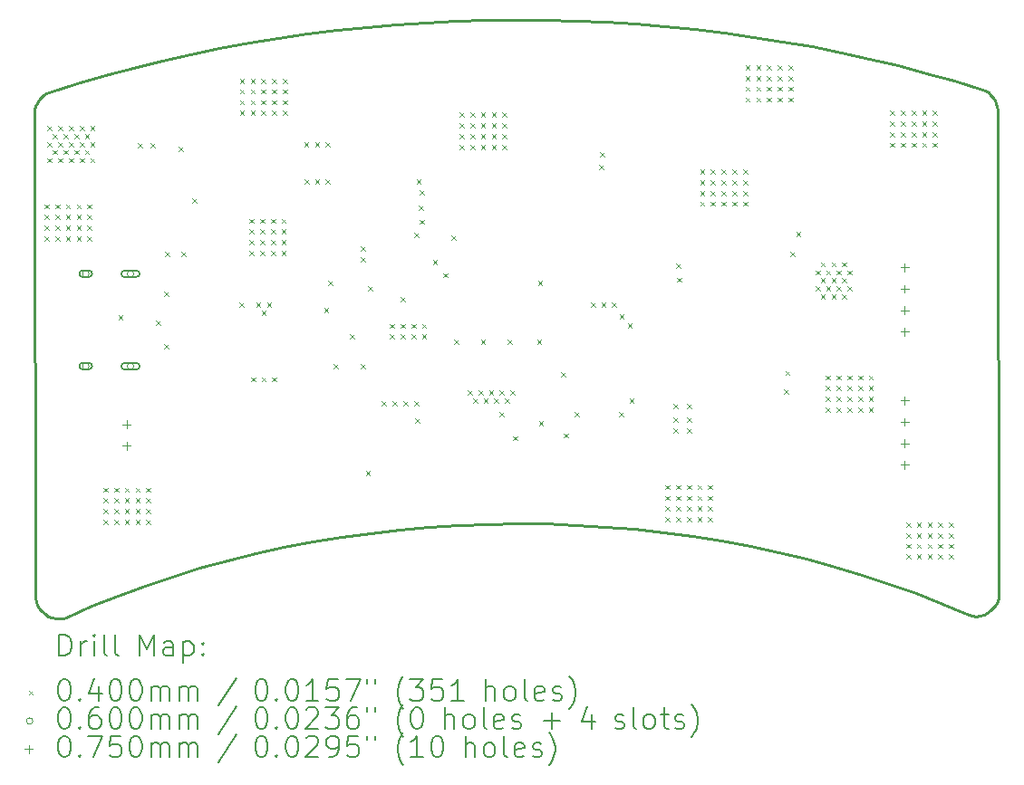
<source format=gbr>
%TF.GenerationSoftware,KiCad,Pcbnew,(7.0.0)*%
%TF.CreationDate,2023-04-13T18:09:36+05:30*%
%TF.ProjectId,smart_toilet,736d6172-745f-4746-9f69-6c65742e6b69,rev?*%
%TF.SameCoordinates,Original*%
%TF.FileFunction,Drillmap*%
%TF.FilePolarity,Positive*%
%FSLAX45Y45*%
G04 Gerber Fmt 4.5, Leading zero omitted, Abs format (unit mm)*
G04 Created by KiCad (PCBNEW (7.0.0)) date 2023-04-13 18:09:36*
%MOMM*%
%LPD*%
G01*
G04 APERTURE LIST*
%ADD10C,0.250000*%
%ADD11C,0.200000*%
%ADD12C,0.040000*%
%ADD13C,0.060000*%
%ADD14C,0.075000*%
G04 APERTURE END LIST*
D10*
X18764243Y-13093796D02*
X18798098Y-13104333D01*
X18833483Y-13107139D01*
X18869334Y-13102907D01*
X18904589Y-13092328D01*
X18938184Y-13076093D01*
X18969055Y-13054895D01*
X18996139Y-13029424D01*
X19018373Y-13000373D01*
X19034692Y-12968432D01*
X19044033Y-12934294D01*
X19045859Y-12910656D01*
X10033392Y-8395193D02*
X10033783Y-8537076D01*
X10034173Y-8678958D01*
X10034564Y-8820841D01*
X10034955Y-8962724D01*
X10035345Y-9104606D01*
X10035736Y-9246489D01*
X10036127Y-9388371D01*
X10036517Y-9530254D01*
X10036908Y-9672137D01*
X10037299Y-9814019D01*
X10037689Y-9955902D01*
X10038080Y-10097785D01*
X10038471Y-10239667D01*
X10038861Y-10381550D01*
X10039252Y-10523433D01*
X10039643Y-10665315D01*
X10040033Y-10807198D01*
X10040424Y-10949081D01*
X10040815Y-11090963D01*
X10041205Y-11232846D01*
X10041596Y-11374729D01*
X10041987Y-11516611D01*
X10042377Y-11658494D01*
X10042768Y-11800377D01*
X10043159Y-11942259D01*
X10043549Y-12084142D01*
X10043940Y-12226024D01*
X10044331Y-12367907D01*
X10044722Y-12509790D01*
X10045112Y-12651672D01*
X10045503Y-12793555D01*
X10045894Y-12935438D01*
X10171845Y-8204347D02*
X10144417Y-8216268D01*
X10118634Y-8233318D01*
X10095119Y-8254638D01*
X10074495Y-8279367D01*
X10057387Y-8306647D01*
X10044418Y-8335618D01*
X10036212Y-8365420D01*
X10033392Y-8395193D01*
X10045894Y-12935438D02*
X10050187Y-12970633D01*
X10062156Y-13004050D01*
X10080736Y-13035003D01*
X10104858Y-13062805D01*
X10133455Y-13086772D01*
X10165459Y-13106216D01*
X10199805Y-13120454D01*
X10235423Y-13128798D01*
X10271248Y-13130563D01*
X10306211Y-13125064D01*
X10328514Y-13117024D01*
X18893856Y-8180331D02*
X18632874Y-8100487D01*
X18369623Y-8025846D01*
X18104253Y-7956409D01*
X17836918Y-7892175D01*
X17567770Y-7833144D01*
X17296961Y-7779315D01*
X17024643Y-7730687D01*
X16750968Y-7687261D01*
X16476090Y-7649036D01*
X16200159Y-7616011D01*
X15923329Y-7588187D01*
X15645752Y-7565562D01*
X15367580Y-7548136D01*
X15088966Y-7535910D01*
X14810061Y-7528881D01*
X14531018Y-7527051D01*
X14251990Y-7530418D01*
X13973128Y-7538982D01*
X13694585Y-7552743D01*
X13416513Y-7571700D01*
X13139065Y-7595853D01*
X12862393Y-7625202D01*
X12586648Y-7659746D01*
X12311985Y-7699484D01*
X12038553Y-7744417D01*
X11766507Y-7794543D01*
X11495999Y-7849863D01*
X11227179Y-7910375D01*
X10960202Y-7976081D01*
X10695219Y-8046978D01*
X10432383Y-8123067D01*
X10171845Y-8204347D01*
X10328514Y-13117024D02*
X10570729Y-13011498D01*
X10817049Y-12912726D01*
X11067202Y-12820709D01*
X11320915Y-12735447D01*
X11577915Y-12656941D01*
X11837931Y-12585192D01*
X12100689Y-12520200D01*
X12365918Y-12461967D01*
X12633345Y-12410492D01*
X12902698Y-12365778D01*
X13173703Y-12327824D01*
X13446090Y-12296631D01*
X13719584Y-12272200D01*
X13993915Y-12254532D01*
X14268809Y-12243627D01*
X14543994Y-12239487D01*
X14819198Y-12242112D01*
X15094148Y-12251502D01*
X15368572Y-12267660D01*
X15642197Y-12290584D01*
X15914751Y-12320276D01*
X16185961Y-12356737D01*
X16455556Y-12399968D01*
X16723262Y-12449969D01*
X16988808Y-12506741D01*
X17251920Y-12570284D01*
X17512327Y-12640601D01*
X17769756Y-12717690D01*
X18023935Y-12801554D01*
X18274590Y-12892192D01*
X18521450Y-12989606D01*
X18764243Y-13093796D01*
X19033358Y-8370411D02*
X19030374Y-8340654D01*
X19022004Y-8310898D01*
X19008875Y-8281999D01*
X18991617Y-8254814D01*
X18970858Y-8230198D01*
X18947225Y-8209008D01*
X18921349Y-8192100D01*
X18893856Y-8180331D01*
X19045859Y-12910656D02*
X19045469Y-12768773D01*
X19045078Y-12626891D01*
X19044687Y-12485008D01*
X19044297Y-12343126D01*
X19043906Y-12201243D01*
X19043515Y-12059360D01*
X19043125Y-11917478D01*
X19042734Y-11775595D01*
X19042343Y-11633712D01*
X19041953Y-11491830D01*
X19041562Y-11349947D01*
X19041171Y-11208064D01*
X19040781Y-11066182D01*
X19040390Y-10924299D01*
X19039999Y-10782416D01*
X19039609Y-10640534D01*
X19039218Y-10498651D01*
X19038827Y-10356768D01*
X19038437Y-10214886D01*
X19038046Y-10073003D01*
X19037655Y-9931120D01*
X19037265Y-9789238D01*
X19036874Y-9647355D01*
X19036483Y-9505472D01*
X19036093Y-9363590D01*
X19035702Y-9221707D01*
X19035311Y-9079824D01*
X19034921Y-8937942D01*
X19034530Y-8796059D01*
X19034139Y-8654177D01*
X19033748Y-8512294D01*
X19033358Y-8370411D01*
D11*
D12*
X10130000Y-9255000D02*
X10170000Y-9295000D01*
X10170000Y-9255000D02*
X10130000Y-9295000D01*
X10130000Y-9355000D02*
X10170000Y-9395000D01*
X10170000Y-9355000D02*
X10130000Y-9395000D01*
X10130000Y-9455000D02*
X10170000Y-9495000D01*
X10170000Y-9455000D02*
X10130000Y-9495000D01*
X10130000Y-9555000D02*
X10170000Y-9595000D01*
X10170000Y-9555000D02*
X10130000Y-9595000D01*
X10157500Y-8522500D02*
X10197500Y-8562500D01*
X10197500Y-8522500D02*
X10157500Y-8562500D01*
X10157500Y-8672500D02*
X10197500Y-8712500D01*
X10197500Y-8672500D02*
X10157500Y-8712500D01*
X10157500Y-8822500D02*
X10197500Y-8862500D01*
X10197500Y-8822500D02*
X10157500Y-8862500D01*
X10207500Y-8597500D02*
X10247500Y-8637500D01*
X10247500Y-8597500D02*
X10207500Y-8637500D01*
X10207500Y-8747500D02*
X10247500Y-8787500D01*
X10247500Y-8747500D02*
X10207500Y-8787500D01*
X10230000Y-9255000D02*
X10270000Y-9295000D01*
X10270000Y-9255000D02*
X10230000Y-9295000D01*
X10230000Y-9355000D02*
X10270000Y-9395000D01*
X10270000Y-9355000D02*
X10230000Y-9395000D01*
X10230000Y-9455000D02*
X10270000Y-9495000D01*
X10270000Y-9455000D02*
X10230000Y-9495000D01*
X10230000Y-9555000D02*
X10270000Y-9595000D01*
X10270000Y-9555000D02*
X10230000Y-9595000D01*
X10257500Y-8522500D02*
X10297500Y-8562500D01*
X10297500Y-8522500D02*
X10257500Y-8562500D01*
X10257500Y-8672500D02*
X10297500Y-8712500D01*
X10297500Y-8672500D02*
X10257500Y-8712500D01*
X10257500Y-8822500D02*
X10297500Y-8862500D01*
X10297500Y-8822500D02*
X10257500Y-8862500D01*
X10307500Y-8597500D02*
X10347500Y-8637500D01*
X10347500Y-8597500D02*
X10307500Y-8637500D01*
X10307500Y-8747500D02*
X10347500Y-8787500D01*
X10347500Y-8747500D02*
X10307500Y-8787500D01*
X10330000Y-9255000D02*
X10370000Y-9295000D01*
X10370000Y-9255000D02*
X10330000Y-9295000D01*
X10330000Y-9355000D02*
X10370000Y-9395000D01*
X10370000Y-9355000D02*
X10330000Y-9395000D01*
X10330000Y-9455000D02*
X10370000Y-9495000D01*
X10370000Y-9455000D02*
X10330000Y-9495000D01*
X10330000Y-9555000D02*
X10370000Y-9595000D01*
X10370000Y-9555000D02*
X10330000Y-9595000D01*
X10357500Y-8522500D02*
X10397500Y-8562500D01*
X10397500Y-8522500D02*
X10357500Y-8562500D01*
X10357500Y-8672500D02*
X10397500Y-8712500D01*
X10397500Y-8672500D02*
X10357500Y-8712500D01*
X10357500Y-8822500D02*
X10397500Y-8862500D01*
X10397500Y-8822500D02*
X10357500Y-8862500D01*
X10407500Y-8597500D02*
X10447500Y-8637500D01*
X10447500Y-8597500D02*
X10407500Y-8637500D01*
X10407500Y-8747500D02*
X10447500Y-8787500D01*
X10447500Y-8747500D02*
X10407500Y-8787500D01*
X10430000Y-9255000D02*
X10470000Y-9295000D01*
X10470000Y-9255000D02*
X10430000Y-9295000D01*
X10430000Y-9355000D02*
X10470000Y-9395000D01*
X10470000Y-9355000D02*
X10430000Y-9395000D01*
X10430000Y-9455000D02*
X10470000Y-9495000D01*
X10470000Y-9455000D02*
X10430000Y-9495000D01*
X10430000Y-9555000D02*
X10470000Y-9595000D01*
X10470000Y-9555000D02*
X10430000Y-9595000D01*
X10457500Y-8522500D02*
X10497500Y-8562500D01*
X10497500Y-8522500D02*
X10457500Y-8562500D01*
X10457500Y-8672500D02*
X10497500Y-8712500D01*
X10497500Y-8672500D02*
X10457500Y-8712500D01*
X10457500Y-8822500D02*
X10497500Y-8862500D01*
X10497500Y-8822500D02*
X10457500Y-8862500D01*
X10507500Y-8597500D02*
X10547500Y-8637500D01*
X10547500Y-8597500D02*
X10507500Y-8637500D01*
X10507500Y-8747500D02*
X10547500Y-8787500D01*
X10547500Y-8747500D02*
X10507500Y-8787500D01*
X10530000Y-9255000D02*
X10570000Y-9295000D01*
X10570000Y-9255000D02*
X10530000Y-9295000D01*
X10530000Y-9355000D02*
X10570000Y-9395000D01*
X10570000Y-9355000D02*
X10530000Y-9395000D01*
X10530000Y-9455000D02*
X10570000Y-9495000D01*
X10570000Y-9455000D02*
X10530000Y-9495000D01*
X10530000Y-9555000D02*
X10570000Y-9595000D01*
X10570000Y-9555000D02*
X10530000Y-9595000D01*
X10557500Y-8522500D02*
X10597500Y-8562500D01*
X10597500Y-8522500D02*
X10557500Y-8562500D01*
X10557500Y-8672500D02*
X10597500Y-8712500D01*
X10597500Y-8672500D02*
X10557500Y-8712500D01*
X10557500Y-8822500D02*
X10597500Y-8862500D01*
X10597500Y-8822500D02*
X10557500Y-8862500D01*
X10680000Y-11905000D02*
X10720000Y-11945000D01*
X10720000Y-11905000D02*
X10680000Y-11945000D01*
X10680000Y-12005000D02*
X10720000Y-12045000D01*
X10720000Y-12005000D02*
X10680000Y-12045000D01*
X10680000Y-12105000D02*
X10720000Y-12145000D01*
X10720000Y-12105000D02*
X10680000Y-12145000D01*
X10680000Y-12205000D02*
X10720000Y-12245000D01*
X10720000Y-12205000D02*
X10680000Y-12245000D01*
X10780000Y-11905000D02*
X10820000Y-11945000D01*
X10820000Y-11905000D02*
X10780000Y-11945000D01*
X10780000Y-12005000D02*
X10820000Y-12045000D01*
X10820000Y-12005000D02*
X10780000Y-12045000D01*
X10780000Y-12105000D02*
X10820000Y-12145000D01*
X10820000Y-12105000D02*
X10780000Y-12145000D01*
X10780000Y-12205000D02*
X10820000Y-12245000D01*
X10820000Y-12205000D02*
X10780000Y-12245000D01*
X10820000Y-10290000D02*
X10860000Y-10330000D01*
X10860000Y-10290000D02*
X10820000Y-10330000D01*
X10880000Y-11905000D02*
X10920000Y-11945000D01*
X10920000Y-11905000D02*
X10880000Y-11945000D01*
X10880000Y-12005000D02*
X10920000Y-12045000D01*
X10920000Y-12005000D02*
X10880000Y-12045000D01*
X10880000Y-12105000D02*
X10920000Y-12145000D01*
X10920000Y-12105000D02*
X10880000Y-12145000D01*
X10880000Y-12205000D02*
X10920000Y-12245000D01*
X10920000Y-12205000D02*
X10880000Y-12245000D01*
X10980000Y-11905000D02*
X11020000Y-11945000D01*
X11020000Y-11905000D02*
X10980000Y-11945000D01*
X10980000Y-12005000D02*
X11020000Y-12045000D01*
X11020000Y-12005000D02*
X10980000Y-12045000D01*
X10980000Y-12105000D02*
X11020000Y-12145000D01*
X11020000Y-12105000D02*
X10980000Y-12145000D01*
X10980000Y-12205000D02*
X11020000Y-12245000D01*
X11020000Y-12205000D02*
X10980000Y-12245000D01*
X11001000Y-8685500D02*
X11041000Y-8725500D01*
X11041000Y-8685500D02*
X11001000Y-8725500D01*
X11080000Y-11905000D02*
X11120000Y-11945000D01*
X11120000Y-11905000D02*
X11080000Y-11945000D01*
X11080000Y-12005000D02*
X11120000Y-12045000D01*
X11120000Y-12005000D02*
X11080000Y-12045000D01*
X11080000Y-12105000D02*
X11120000Y-12145000D01*
X11120000Y-12105000D02*
X11080000Y-12145000D01*
X11080000Y-12205000D02*
X11120000Y-12245000D01*
X11120000Y-12205000D02*
X11080000Y-12245000D01*
X11121000Y-8685500D02*
X11161000Y-8725500D01*
X11161000Y-8685500D02*
X11121000Y-8725500D01*
X11170000Y-10340000D02*
X11210000Y-10380000D01*
X11210000Y-10340000D02*
X11170000Y-10380000D01*
X11250000Y-10070000D02*
X11290000Y-10110000D01*
X11290000Y-10070000D02*
X11250000Y-10110000D01*
X11250000Y-10565000D02*
X11290000Y-10605000D01*
X11290000Y-10565000D02*
X11250000Y-10605000D01*
X11256000Y-9700500D02*
X11296000Y-9740500D01*
X11296000Y-9700500D02*
X11256000Y-9740500D01*
X11381000Y-8715500D02*
X11421000Y-8755500D01*
X11421000Y-8715500D02*
X11381000Y-8755500D01*
X11406000Y-9700500D02*
X11446000Y-9740500D01*
X11446000Y-9700500D02*
X11406000Y-9740500D01*
X11511000Y-9200550D02*
X11551000Y-9240550D01*
X11551000Y-9200550D02*
X11511000Y-9240550D01*
X11947500Y-10175000D02*
X11987500Y-10215000D01*
X11987500Y-10175000D02*
X11947500Y-10215000D01*
X11955000Y-8080000D02*
X11995000Y-8120000D01*
X11995000Y-8080000D02*
X11955000Y-8120000D01*
X11955000Y-8180000D02*
X11995000Y-8220000D01*
X11995000Y-8180000D02*
X11955000Y-8220000D01*
X11955000Y-8280000D02*
X11995000Y-8320000D01*
X11995000Y-8280000D02*
X11955000Y-8320000D01*
X11955000Y-8380000D02*
X11995000Y-8420000D01*
X11995000Y-8380000D02*
X11955000Y-8420000D01*
X12045000Y-9390000D02*
X12085000Y-9430000D01*
X12085000Y-9390000D02*
X12045000Y-9430000D01*
X12045000Y-9490000D02*
X12085000Y-9530000D01*
X12085000Y-9490000D02*
X12045000Y-9530000D01*
X12045000Y-9590000D02*
X12085000Y-9630000D01*
X12085000Y-9590000D02*
X12045000Y-9630000D01*
X12045000Y-9690000D02*
X12085000Y-9730000D01*
X12085000Y-9690000D02*
X12045000Y-9730000D01*
X12055000Y-8080000D02*
X12095000Y-8120000D01*
X12095000Y-8080000D02*
X12055000Y-8120000D01*
X12055000Y-8180000D02*
X12095000Y-8220000D01*
X12095000Y-8180000D02*
X12055000Y-8220000D01*
X12055000Y-8280000D02*
X12095000Y-8320000D01*
X12095000Y-8280000D02*
X12055000Y-8320000D01*
X12055000Y-8380000D02*
X12095000Y-8420000D01*
X12095000Y-8380000D02*
X12055000Y-8420000D01*
X12057500Y-10872500D02*
X12097500Y-10912500D01*
X12097500Y-10872500D02*
X12057500Y-10912500D01*
X12107500Y-10172500D02*
X12147500Y-10212500D01*
X12147500Y-10172500D02*
X12107500Y-10212500D01*
X12145000Y-9390000D02*
X12185000Y-9430000D01*
X12185000Y-9390000D02*
X12145000Y-9430000D01*
X12145000Y-9490000D02*
X12185000Y-9530000D01*
X12185000Y-9490000D02*
X12145000Y-9530000D01*
X12145000Y-9590000D02*
X12185000Y-9630000D01*
X12185000Y-9590000D02*
X12145000Y-9630000D01*
X12145000Y-9690000D02*
X12185000Y-9730000D01*
X12185000Y-9690000D02*
X12145000Y-9730000D01*
X12155000Y-8080000D02*
X12195000Y-8120000D01*
X12195000Y-8080000D02*
X12155000Y-8120000D01*
X12155000Y-8180000D02*
X12195000Y-8220000D01*
X12195000Y-8180000D02*
X12155000Y-8220000D01*
X12155000Y-8280000D02*
X12195000Y-8320000D01*
X12195000Y-8280000D02*
X12155000Y-8320000D01*
X12155000Y-8380000D02*
X12195000Y-8420000D01*
X12195000Y-8380000D02*
X12155000Y-8420000D01*
X12157500Y-10247500D02*
X12197500Y-10287500D01*
X12197500Y-10247500D02*
X12157500Y-10287500D01*
X12157500Y-10872500D02*
X12197500Y-10912500D01*
X12197500Y-10872500D02*
X12157500Y-10912500D01*
X12207500Y-10172500D02*
X12247500Y-10212500D01*
X12247500Y-10172500D02*
X12207500Y-10212500D01*
X12245000Y-9390000D02*
X12285000Y-9430000D01*
X12285000Y-9390000D02*
X12245000Y-9430000D01*
X12245000Y-9490000D02*
X12285000Y-9530000D01*
X12285000Y-9490000D02*
X12245000Y-9530000D01*
X12245000Y-9590000D02*
X12285000Y-9630000D01*
X12285000Y-9590000D02*
X12245000Y-9630000D01*
X12245000Y-9690000D02*
X12285000Y-9730000D01*
X12285000Y-9690000D02*
X12245000Y-9730000D01*
X12255000Y-8080000D02*
X12295000Y-8120000D01*
X12295000Y-8080000D02*
X12255000Y-8120000D01*
X12255000Y-8180000D02*
X12295000Y-8220000D01*
X12295000Y-8180000D02*
X12255000Y-8220000D01*
X12255000Y-8280000D02*
X12295000Y-8320000D01*
X12295000Y-8280000D02*
X12255000Y-8320000D01*
X12255000Y-8380000D02*
X12295000Y-8420000D01*
X12295000Y-8380000D02*
X12255000Y-8420000D01*
X12257500Y-10872500D02*
X12297500Y-10912500D01*
X12297500Y-10872500D02*
X12257500Y-10912500D01*
X12345000Y-9390000D02*
X12385000Y-9430000D01*
X12385000Y-9390000D02*
X12345000Y-9430000D01*
X12345000Y-9490000D02*
X12385000Y-9530000D01*
X12385000Y-9490000D02*
X12345000Y-9530000D01*
X12345000Y-9590000D02*
X12385000Y-9630000D01*
X12385000Y-9590000D02*
X12345000Y-9630000D01*
X12345000Y-9690000D02*
X12385000Y-9730000D01*
X12385000Y-9690000D02*
X12345000Y-9730000D01*
X12355000Y-8080000D02*
X12395000Y-8120000D01*
X12395000Y-8080000D02*
X12355000Y-8120000D01*
X12355000Y-8180000D02*
X12395000Y-8220000D01*
X12395000Y-8180000D02*
X12355000Y-8220000D01*
X12355000Y-8280000D02*
X12395000Y-8320000D01*
X12395000Y-8280000D02*
X12355000Y-8320000D01*
X12355000Y-8380000D02*
X12395000Y-8420000D01*
X12395000Y-8380000D02*
X12355000Y-8420000D01*
X12555000Y-8672500D02*
X12595000Y-8712500D01*
X12595000Y-8672500D02*
X12555000Y-8712500D01*
X12557500Y-9022500D02*
X12597500Y-9062500D01*
X12597500Y-9022500D02*
X12557500Y-9062500D01*
X12657500Y-8672500D02*
X12697500Y-8712500D01*
X12697500Y-8672500D02*
X12657500Y-8712500D01*
X12657500Y-9022500D02*
X12697500Y-9062500D01*
X12697500Y-9022500D02*
X12657500Y-9062500D01*
X12742450Y-10222500D02*
X12782450Y-10262500D01*
X12782450Y-10222500D02*
X12742450Y-10262500D01*
X12757500Y-8672500D02*
X12797500Y-8712500D01*
X12797500Y-8672500D02*
X12757500Y-8712500D01*
X12757500Y-9022500D02*
X12797500Y-9062500D01*
X12797500Y-9022500D02*
X12757500Y-9062500D01*
X12782450Y-9972500D02*
X12822450Y-10012500D01*
X12822450Y-9972500D02*
X12782450Y-10012500D01*
X12832500Y-10747500D02*
X12872500Y-10787500D01*
X12872500Y-10747500D02*
X12832500Y-10787500D01*
X12982450Y-10472500D02*
X13022450Y-10512500D01*
X13022450Y-10472500D02*
X12982450Y-10512500D01*
X13082500Y-9647500D02*
X13122500Y-9687500D01*
X13122500Y-9647500D02*
X13082500Y-9687500D01*
X13082500Y-9747500D02*
X13122500Y-9787500D01*
X13122500Y-9747500D02*
X13082500Y-9787500D01*
X13082500Y-10747500D02*
X13122500Y-10787500D01*
X13122500Y-10747500D02*
X13082500Y-10787500D01*
X13132500Y-11750000D02*
X13172500Y-11790000D01*
X13172500Y-11750000D02*
X13132500Y-11790000D01*
X13155050Y-10022500D02*
X13195050Y-10062500D01*
X13195050Y-10022500D02*
X13155050Y-10062500D01*
X13282500Y-11097500D02*
X13322500Y-11137500D01*
X13322500Y-11097500D02*
X13282500Y-11137500D01*
X13357500Y-10372500D02*
X13397500Y-10412500D01*
X13397500Y-10372500D02*
X13357500Y-10412500D01*
X13357500Y-10472500D02*
X13397500Y-10512500D01*
X13397500Y-10472500D02*
X13357500Y-10512500D01*
X13382500Y-11097500D02*
X13422500Y-11137500D01*
X13422500Y-11097500D02*
X13382500Y-11137500D01*
X13457500Y-10122500D02*
X13497500Y-10162500D01*
X13497500Y-10122500D02*
X13457500Y-10162500D01*
X13457500Y-10372500D02*
X13497500Y-10412500D01*
X13497500Y-10372500D02*
X13457500Y-10412500D01*
X13457500Y-10472500D02*
X13497500Y-10512500D01*
X13497500Y-10472500D02*
X13457500Y-10512500D01*
X13482500Y-11097500D02*
X13522500Y-11137500D01*
X13522500Y-11097500D02*
X13482500Y-11137500D01*
X13557500Y-10372500D02*
X13597500Y-10412500D01*
X13597500Y-10372500D02*
X13557500Y-10412500D01*
X13557500Y-10472500D02*
X13597500Y-10512500D01*
X13597500Y-10472500D02*
X13557500Y-10512500D01*
X13582500Y-9522500D02*
X13622500Y-9562500D01*
X13622500Y-9522500D02*
X13582500Y-9562500D01*
X13582500Y-11097500D02*
X13622500Y-11137500D01*
X13622500Y-11097500D02*
X13582500Y-11137500D01*
X13590000Y-11257500D02*
X13630000Y-11297500D01*
X13630000Y-11257500D02*
X13590000Y-11297500D01*
X13605000Y-9022500D02*
X13645000Y-9062500D01*
X13645000Y-9022500D02*
X13605000Y-9062500D01*
X13628500Y-9268500D02*
X13668500Y-9308500D01*
X13668500Y-9268500D02*
X13628500Y-9308500D01*
X13632500Y-9122500D02*
X13672500Y-9162500D01*
X13672500Y-9122500D02*
X13632500Y-9162500D01*
X13632500Y-9397500D02*
X13672500Y-9437500D01*
X13672500Y-9397500D02*
X13632500Y-9437500D01*
X13657500Y-10372500D02*
X13697500Y-10412500D01*
X13697500Y-10372500D02*
X13657500Y-10412500D01*
X13657500Y-10472500D02*
X13697500Y-10512500D01*
X13697500Y-10472500D02*
X13657500Y-10512500D01*
X13757500Y-9775000D02*
X13797500Y-9815000D01*
X13797500Y-9775000D02*
X13757500Y-9815000D01*
X13857500Y-9897500D02*
X13897500Y-9937500D01*
X13897500Y-9897500D02*
X13857500Y-9937500D01*
X13932500Y-9547500D02*
X13972500Y-9587500D01*
X13972500Y-9547500D02*
X13932500Y-9587500D01*
X13957500Y-10522500D02*
X13997500Y-10562500D01*
X13997500Y-10522500D02*
X13957500Y-10562500D01*
X14007500Y-8397500D02*
X14047500Y-8437500D01*
X14047500Y-8397500D02*
X14007500Y-8437500D01*
X14007500Y-8497500D02*
X14047500Y-8537500D01*
X14047500Y-8497500D02*
X14007500Y-8537500D01*
X14007500Y-8597500D02*
X14047500Y-8637500D01*
X14047500Y-8597500D02*
X14007500Y-8637500D01*
X14007500Y-8697500D02*
X14047500Y-8737500D01*
X14047500Y-8697500D02*
X14007500Y-8737500D01*
X14082500Y-10997500D02*
X14122500Y-11037500D01*
X14122500Y-10997500D02*
X14082500Y-11037500D01*
X14107500Y-8397500D02*
X14147500Y-8437500D01*
X14147500Y-8397500D02*
X14107500Y-8437500D01*
X14107500Y-8497500D02*
X14147500Y-8537500D01*
X14147500Y-8497500D02*
X14107500Y-8537500D01*
X14107500Y-8597500D02*
X14147500Y-8637500D01*
X14147500Y-8597500D02*
X14107500Y-8637500D01*
X14107500Y-8697500D02*
X14147500Y-8737500D01*
X14147500Y-8697500D02*
X14107500Y-8737500D01*
X14132500Y-11072500D02*
X14172500Y-11112500D01*
X14172500Y-11072500D02*
X14132500Y-11112500D01*
X14182500Y-10997500D02*
X14222500Y-11037500D01*
X14222500Y-10997500D02*
X14182500Y-11037500D01*
X14207500Y-8397500D02*
X14247500Y-8437500D01*
X14247500Y-8397500D02*
X14207500Y-8437500D01*
X14207500Y-8497500D02*
X14247500Y-8537500D01*
X14247500Y-8497500D02*
X14207500Y-8537500D01*
X14207500Y-8597500D02*
X14247500Y-8637500D01*
X14247500Y-8597500D02*
X14207500Y-8637500D01*
X14207500Y-8697500D02*
X14247500Y-8737500D01*
X14247500Y-8697500D02*
X14207500Y-8737500D01*
X14207500Y-10522500D02*
X14247500Y-10562500D01*
X14247500Y-10522500D02*
X14207500Y-10562500D01*
X14232500Y-11072500D02*
X14272500Y-11112500D01*
X14272500Y-11072500D02*
X14232500Y-11112500D01*
X14282500Y-10997500D02*
X14322500Y-11037500D01*
X14322500Y-10997500D02*
X14282500Y-11037500D01*
X14307500Y-8397500D02*
X14347500Y-8437500D01*
X14347500Y-8397500D02*
X14307500Y-8437500D01*
X14307500Y-8497500D02*
X14347500Y-8537500D01*
X14347500Y-8497500D02*
X14307500Y-8537500D01*
X14307500Y-8597500D02*
X14347500Y-8637500D01*
X14347500Y-8597500D02*
X14307500Y-8637500D01*
X14307500Y-8697500D02*
X14347500Y-8737500D01*
X14347500Y-8697500D02*
X14307500Y-8737500D01*
X14332500Y-11072500D02*
X14372500Y-11112500D01*
X14372500Y-11072500D02*
X14332500Y-11112500D01*
X14382500Y-10997500D02*
X14422500Y-11037500D01*
X14422500Y-10997500D02*
X14382500Y-11037500D01*
X14382500Y-11197500D02*
X14422500Y-11237500D01*
X14422500Y-11197500D02*
X14382500Y-11237500D01*
X14407500Y-8397500D02*
X14447500Y-8437500D01*
X14447500Y-8397500D02*
X14407500Y-8437500D01*
X14407500Y-8497500D02*
X14447500Y-8537500D01*
X14447500Y-8497500D02*
X14407500Y-8537500D01*
X14407500Y-8597500D02*
X14447500Y-8637500D01*
X14447500Y-8597500D02*
X14407500Y-8637500D01*
X14407500Y-8697500D02*
X14447500Y-8737500D01*
X14447500Y-8697500D02*
X14407500Y-8737500D01*
X14432500Y-11072500D02*
X14472500Y-11112500D01*
X14472500Y-11072500D02*
X14432500Y-11112500D01*
X14457500Y-10522500D02*
X14497500Y-10562500D01*
X14497500Y-10522500D02*
X14457500Y-10562500D01*
X14482500Y-10997500D02*
X14522500Y-11037500D01*
X14522500Y-10997500D02*
X14482500Y-11037500D01*
X14507500Y-11422500D02*
X14547500Y-11462500D01*
X14547500Y-11422500D02*
X14507500Y-11462500D01*
X14732500Y-10522500D02*
X14772500Y-10562500D01*
X14772500Y-10522500D02*
X14732500Y-10562500D01*
X14740000Y-9970550D02*
X14780000Y-10010550D01*
X14780000Y-9970550D02*
X14740000Y-10010550D01*
X14749050Y-11281161D02*
X14789050Y-11321161D01*
X14789050Y-11281161D02*
X14749050Y-11321161D01*
X14957500Y-10822500D02*
X14997500Y-10862500D01*
X14997500Y-10822500D02*
X14957500Y-10862500D01*
X14982500Y-11397500D02*
X15022500Y-11437500D01*
X15022500Y-11397500D02*
X14982500Y-11437500D01*
X15082500Y-11197500D02*
X15122500Y-11237500D01*
X15122500Y-11197500D02*
X15082500Y-11237500D01*
X15232500Y-10172500D02*
X15272500Y-10212500D01*
X15272500Y-10172500D02*
X15232500Y-10212500D01*
X15310000Y-8885000D02*
X15350000Y-8925000D01*
X15350000Y-8885000D02*
X15310000Y-8925000D01*
X15320000Y-8770000D02*
X15360000Y-8810000D01*
X15360000Y-8770000D02*
X15320000Y-8810000D01*
X15332500Y-10172500D02*
X15372500Y-10212500D01*
X15372500Y-10172500D02*
X15332500Y-10212500D01*
X15432500Y-10172500D02*
X15472500Y-10212500D01*
X15472500Y-10172500D02*
X15432500Y-10212500D01*
X15500000Y-11197500D02*
X15540000Y-11237500D01*
X15540000Y-11197500D02*
X15500000Y-11237500D01*
X15502500Y-10285000D02*
X15542500Y-10325000D01*
X15542500Y-10285000D02*
X15502500Y-10325000D01*
X15577500Y-10367500D02*
X15617500Y-10407500D01*
X15617500Y-10367500D02*
X15577500Y-10407500D01*
X15595000Y-11072500D02*
X15635000Y-11112500D01*
X15635000Y-11072500D02*
X15595000Y-11112500D01*
X15930000Y-11880000D02*
X15970000Y-11920000D01*
X15970000Y-11880000D02*
X15930000Y-11920000D01*
X15930000Y-11980000D02*
X15970000Y-12020000D01*
X15970000Y-11980000D02*
X15930000Y-12020000D01*
X15930000Y-12080000D02*
X15970000Y-12120000D01*
X15970000Y-12080000D02*
X15930000Y-12120000D01*
X15930000Y-12180000D02*
X15970000Y-12220000D01*
X15970000Y-12180000D02*
X15930000Y-12220000D01*
X16007500Y-11122500D02*
X16047500Y-11162500D01*
X16047500Y-11122500D02*
X16007500Y-11162500D01*
X16007500Y-11247500D02*
X16047500Y-11287500D01*
X16047500Y-11247500D02*
X16007500Y-11287500D01*
X16007500Y-11347500D02*
X16047500Y-11387500D01*
X16047500Y-11347500D02*
X16007500Y-11387500D01*
X16030000Y-11880000D02*
X16070000Y-11920000D01*
X16070000Y-11880000D02*
X16030000Y-11920000D01*
X16030000Y-11980000D02*
X16070000Y-12020000D01*
X16070000Y-11980000D02*
X16030000Y-12020000D01*
X16030000Y-12080000D02*
X16070000Y-12120000D01*
X16070000Y-12080000D02*
X16030000Y-12120000D01*
X16030000Y-12180000D02*
X16070000Y-12220000D01*
X16070000Y-12180000D02*
X16030000Y-12220000D01*
X16032500Y-9810000D02*
X16072500Y-9850000D01*
X16072500Y-9810000D02*
X16032500Y-9850000D01*
X16037500Y-9940000D02*
X16077500Y-9980000D01*
X16077500Y-9940000D02*
X16037500Y-9980000D01*
X16130000Y-11880000D02*
X16170000Y-11920000D01*
X16170000Y-11880000D02*
X16130000Y-11920000D01*
X16130000Y-11980000D02*
X16170000Y-12020000D01*
X16170000Y-11980000D02*
X16130000Y-12020000D01*
X16130000Y-12080000D02*
X16170000Y-12120000D01*
X16170000Y-12080000D02*
X16130000Y-12120000D01*
X16130000Y-12180000D02*
X16170000Y-12220000D01*
X16170000Y-12180000D02*
X16130000Y-12220000D01*
X16132500Y-11122500D02*
X16172500Y-11162500D01*
X16172500Y-11122500D02*
X16132500Y-11162500D01*
X16132500Y-11247500D02*
X16172500Y-11287500D01*
X16172500Y-11247500D02*
X16132500Y-11287500D01*
X16132500Y-11347500D02*
X16172500Y-11387500D01*
X16172500Y-11347500D02*
X16132500Y-11387500D01*
X16230000Y-11880000D02*
X16270000Y-11920000D01*
X16270000Y-11880000D02*
X16230000Y-11920000D01*
X16230000Y-11980000D02*
X16270000Y-12020000D01*
X16270000Y-11980000D02*
X16230000Y-12020000D01*
X16230000Y-12080000D02*
X16270000Y-12120000D01*
X16270000Y-12080000D02*
X16230000Y-12120000D01*
X16230000Y-12180000D02*
X16270000Y-12220000D01*
X16270000Y-12180000D02*
X16230000Y-12220000D01*
X16255000Y-8930000D02*
X16295000Y-8970000D01*
X16295000Y-8930000D02*
X16255000Y-8970000D01*
X16255000Y-9030000D02*
X16295000Y-9070000D01*
X16295000Y-9030000D02*
X16255000Y-9070000D01*
X16255000Y-9130000D02*
X16295000Y-9170000D01*
X16295000Y-9130000D02*
X16255000Y-9170000D01*
X16255000Y-9230000D02*
X16295000Y-9270000D01*
X16295000Y-9230000D02*
X16255000Y-9270000D01*
X16330000Y-11880000D02*
X16370000Y-11920000D01*
X16370000Y-11880000D02*
X16330000Y-11920000D01*
X16330000Y-11980000D02*
X16370000Y-12020000D01*
X16370000Y-11980000D02*
X16330000Y-12020000D01*
X16330000Y-12080000D02*
X16370000Y-12120000D01*
X16370000Y-12080000D02*
X16330000Y-12120000D01*
X16330000Y-12180000D02*
X16370000Y-12220000D01*
X16370000Y-12180000D02*
X16330000Y-12220000D01*
X16355000Y-8930000D02*
X16395000Y-8970000D01*
X16395000Y-8930000D02*
X16355000Y-8970000D01*
X16355000Y-9030000D02*
X16395000Y-9070000D01*
X16395000Y-9030000D02*
X16355000Y-9070000D01*
X16355000Y-9130000D02*
X16395000Y-9170000D01*
X16395000Y-9130000D02*
X16355000Y-9170000D01*
X16355000Y-9230000D02*
X16395000Y-9270000D01*
X16395000Y-9230000D02*
X16355000Y-9270000D01*
X16455000Y-8930000D02*
X16495000Y-8970000D01*
X16495000Y-8930000D02*
X16455000Y-8970000D01*
X16455000Y-9030000D02*
X16495000Y-9070000D01*
X16495000Y-9030000D02*
X16455000Y-9070000D01*
X16455000Y-9130000D02*
X16495000Y-9170000D01*
X16495000Y-9130000D02*
X16455000Y-9170000D01*
X16455000Y-9230000D02*
X16495000Y-9270000D01*
X16495000Y-9230000D02*
X16455000Y-9270000D01*
X16555000Y-8930000D02*
X16595000Y-8970000D01*
X16595000Y-8930000D02*
X16555000Y-8970000D01*
X16555000Y-9030000D02*
X16595000Y-9070000D01*
X16595000Y-9030000D02*
X16555000Y-9070000D01*
X16555000Y-9130000D02*
X16595000Y-9170000D01*
X16595000Y-9130000D02*
X16555000Y-9170000D01*
X16555000Y-9230000D02*
X16595000Y-9270000D01*
X16595000Y-9230000D02*
X16555000Y-9270000D01*
X16655000Y-8930000D02*
X16695000Y-8970000D01*
X16695000Y-8930000D02*
X16655000Y-8970000D01*
X16655000Y-9030000D02*
X16695000Y-9070000D01*
X16695000Y-9030000D02*
X16655000Y-9070000D01*
X16655000Y-9130000D02*
X16695000Y-9170000D01*
X16695000Y-9130000D02*
X16655000Y-9170000D01*
X16655000Y-9230000D02*
X16695000Y-9270000D01*
X16695000Y-9230000D02*
X16655000Y-9270000D01*
X16680000Y-7955000D02*
X16720000Y-7995000D01*
X16720000Y-7955000D02*
X16680000Y-7995000D01*
X16680000Y-8055000D02*
X16720000Y-8095000D01*
X16720000Y-8055000D02*
X16680000Y-8095000D01*
X16680000Y-8155000D02*
X16720000Y-8195000D01*
X16720000Y-8155000D02*
X16680000Y-8195000D01*
X16680000Y-8255000D02*
X16720000Y-8295000D01*
X16720000Y-8255000D02*
X16680000Y-8295000D01*
X16780000Y-7955000D02*
X16820000Y-7995000D01*
X16820000Y-7955000D02*
X16780000Y-7995000D01*
X16780000Y-8055000D02*
X16820000Y-8095000D01*
X16820000Y-8055000D02*
X16780000Y-8095000D01*
X16780000Y-8155000D02*
X16820000Y-8195000D01*
X16820000Y-8155000D02*
X16780000Y-8195000D01*
X16780000Y-8255000D02*
X16820000Y-8295000D01*
X16820000Y-8255000D02*
X16780000Y-8295000D01*
X16880000Y-7955000D02*
X16920000Y-7995000D01*
X16920000Y-7955000D02*
X16880000Y-7995000D01*
X16880000Y-8055000D02*
X16920000Y-8095000D01*
X16920000Y-8055000D02*
X16880000Y-8095000D01*
X16880000Y-8155000D02*
X16920000Y-8195000D01*
X16920000Y-8155000D02*
X16880000Y-8195000D01*
X16880000Y-8255000D02*
X16920000Y-8295000D01*
X16920000Y-8255000D02*
X16880000Y-8295000D01*
X16980000Y-7955000D02*
X17020000Y-7995000D01*
X17020000Y-7955000D02*
X16980000Y-7995000D01*
X16980000Y-8055000D02*
X17020000Y-8095000D01*
X17020000Y-8055000D02*
X16980000Y-8095000D01*
X16980000Y-8155000D02*
X17020000Y-8195000D01*
X17020000Y-8155000D02*
X16980000Y-8195000D01*
X16980000Y-8255000D02*
X17020000Y-8295000D01*
X17020000Y-8255000D02*
X16980000Y-8295000D01*
X17039000Y-10987000D02*
X17079000Y-11027000D01*
X17079000Y-10987000D02*
X17039000Y-11027000D01*
X17051550Y-10812000D02*
X17091550Y-10852000D01*
X17091550Y-10812000D02*
X17051550Y-10852000D01*
X17080000Y-7955000D02*
X17120000Y-7995000D01*
X17120000Y-7955000D02*
X17080000Y-7995000D01*
X17080000Y-8055000D02*
X17120000Y-8095000D01*
X17120000Y-8055000D02*
X17080000Y-8095000D01*
X17080000Y-8155000D02*
X17120000Y-8195000D01*
X17120000Y-8155000D02*
X17080000Y-8195000D01*
X17080000Y-8255000D02*
X17120000Y-8295000D01*
X17120000Y-8255000D02*
X17080000Y-8295000D01*
X17095000Y-9701250D02*
X17135000Y-9741250D01*
X17135000Y-9701250D02*
X17095000Y-9741250D01*
X17152550Y-9510000D02*
X17192550Y-9550000D01*
X17192550Y-9510000D02*
X17152550Y-9550000D01*
X17332500Y-9872500D02*
X17372500Y-9912500D01*
X17372500Y-9872500D02*
X17332500Y-9912500D01*
X17332500Y-10022500D02*
X17372500Y-10062500D01*
X17372500Y-10022500D02*
X17332500Y-10062500D01*
X17382500Y-9797500D02*
X17422500Y-9837500D01*
X17422500Y-9797500D02*
X17382500Y-9837500D01*
X17382500Y-9947500D02*
X17422500Y-9987500D01*
X17422500Y-9947500D02*
X17382500Y-9987500D01*
X17382500Y-10097500D02*
X17422500Y-10137500D01*
X17422500Y-10097500D02*
X17382500Y-10137500D01*
X17430000Y-10855000D02*
X17470000Y-10895000D01*
X17470000Y-10855000D02*
X17430000Y-10895000D01*
X17430000Y-10955000D02*
X17470000Y-10995000D01*
X17470000Y-10955000D02*
X17430000Y-10995000D01*
X17430000Y-11055000D02*
X17470000Y-11095000D01*
X17470000Y-11055000D02*
X17430000Y-11095000D01*
X17430000Y-11155000D02*
X17470000Y-11195000D01*
X17470000Y-11155000D02*
X17430000Y-11195000D01*
X17432500Y-9872500D02*
X17472500Y-9912500D01*
X17472500Y-9872500D02*
X17432500Y-9912500D01*
X17432500Y-10022500D02*
X17472500Y-10062500D01*
X17472500Y-10022500D02*
X17432500Y-10062500D01*
X17482500Y-9797500D02*
X17522500Y-9837500D01*
X17522500Y-9797500D02*
X17482500Y-9837500D01*
X17482500Y-9947500D02*
X17522500Y-9987500D01*
X17522500Y-9947500D02*
X17482500Y-9987500D01*
X17482500Y-10097500D02*
X17522500Y-10137500D01*
X17522500Y-10097500D02*
X17482500Y-10137500D01*
X17530000Y-10855000D02*
X17570000Y-10895000D01*
X17570000Y-10855000D02*
X17530000Y-10895000D01*
X17530000Y-10955000D02*
X17570000Y-10995000D01*
X17570000Y-10955000D02*
X17530000Y-10995000D01*
X17530000Y-11055000D02*
X17570000Y-11095000D01*
X17570000Y-11055000D02*
X17530000Y-11095000D01*
X17530000Y-11155000D02*
X17570000Y-11195000D01*
X17570000Y-11155000D02*
X17530000Y-11195000D01*
X17532500Y-9872500D02*
X17572500Y-9912500D01*
X17572500Y-9872500D02*
X17532500Y-9912500D01*
X17532500Y-10022500D02*
X17572500Y-10062500D01*
X17572500Y-10022500D02*
X17532500Y-10062500D01*
X17582500Y-9797500D02*
X17622500Y-9837500D01*
X17622500Y-9797500D02*
X17582500Y-9837500D01*
X17582500Y-9947500D02*
X17622500Y-9987500D01*
X17622500Y-9947500D02*
X17582500Y-9987500D01*
X17582500Y-10097500D02*
X17622500Y-10137500D01*
X17622500Y-10097500D02*
X17582500Y-10137500D01*
X17630000Y-10855000D02*
X17670000Y-10895000D01*
X17670000Y-10855000D02*
X17630000Y-10895000D01*
X17630000Y-10955000D02*
X17670000Y-10995000D01*
X17670000Y-10955000D02*
X17630000Y-10995000D01*
X17630000Y-11055000D02*
X17670000Y-11095000D01*
X17670000Y-11055000D02*
X17630000Y-11095000D01*
X17630000Y-11155000D02*
X17670000Y-11195000D01*
X17670000Y-11155000D02*
X17630000Y-11195000D01*
X17632500Y-9872500D02*
X17672500Y-9912500D01*
X17672500Y-9872500D02*
X17632500Y-9912500D01*
X17632500Y-10022500D02*
X17672500Y-10062500D01*
X17672500Y-10022500D02*
X17632500Y-10062500D01*
X17730000Y-10855000D02*
X17770000Y-10895000D01*
X17770000Y-10855000D02*
X17730000Y-10895000D01*
X17730000Y-10955000D02*
X17770000Y-10995000D01*
X17770000Y-10955000D02*
X17730000Y-10995000D01*
X17730000Y-11055000D02*
X17770000Y-11095000D01*
X17770000Y-11055000D02*
X17730000Y-11095000D01*
X17730000Y-11155000D02*
X17770000Y-11195000D01*
X17770000Y-11155000D02*
X17730000Y-11195000D01*
X17830000Y-10855000D02*
X17870000Y-10895000D01*
X17870000Y-10855000D02*
X17830000Y-10895000D01*
X17830000Y-10955000D02*
X17870000Y-10995000D01*
X17870000Y-10955000D02*
X17830000Y-10995000D01*
X17830000Y-11055000D02*
X17870000Y-11095000D01*
X17870000Y-11055000D02*
X17830000Y-11095000D01*
X17830000Y-11155000D02*
X17870000Y-11195000D01*
X17870000Y-11155000D02*
X17830000Y-11195000D01*
X18030000Y-8380000D02*
X18070000Y-8420000D01*
X18070000Y-8380000D02*
X18030000Y-8420000D01*
X18030000Y-8480000D02*
X18070000Y-8520000D01*
X18070000Y-8480000D02*
X18030000Y-8520000D01*
X18030000Y-8580000D02*
X18070000Y-8620000D01*
X18070000Y-8580000D02*
X18030000Y-8620000D01*
X18030000Y-8680000D02*
X18070000Y-8720000D01*
X18070000Y-8680000D02*
X18030000Y-8720000D01*
X18130000Y-8380000D02*
X18170000Y-8420000D01*
X18170000Y-8380000D02*
X18130000Y-8420000D01*
X18130000Y-8480000D02*
X18170000Y-8520000D01*
X18170000Y-8480000D02*
X18130000Y-8520000D01*
X18130000Y-8580000D02*
X18170000Y-8620000D01*
X18170000Y-8580000D02*
X18130000Y-8620000D01*
X18130000Y-8680000D02*
X18170000Y-8720000D01*
X18170000Y-8680000D02*
X18130000Y-8720000D01*
X18180000Y-12230000D02*
X18220000Y-12270000D01*
X18220000Y-12230000D02*
X18180000Y-12270000D01*
X18180000Y-12330000D02*
X18220000Y-12370000D01*
X18220000Y-12330000D02*
X18180000Y-12370000D01*
X18180000Y-12430000D02*
X18220000Y-12470000D01*
X18220000Y-12430000D02*
X18180000Y-12470000D01*
X18180000Y-12530000D02*
X18220000Y-12570000D01*
X18220000Y-12530000D02*
X18180000Y-12570000D01*
X18230000Y-8380000D02*
X18270000Y-8420000D01*
X18270000Y-8380000D02*
X18230000Y-8420000D01*
X18230000Y-8480000D02*
X18270000Y-8520000D01*
X18270000Y-8480000D02*
X18230000Y-8520000D01*
X18230000Y-8580000D02*
X18270000Y-8620000D01*
X18270000Y-8580000D02*
X18230000Y-8620000D01*
X18230000Y-8680000D02*
X18270000Y-8720000D01*
X18270000Y-8680000D02*
X18230000Y-8720000D01*
X18280000Y-12230000D02*
X18320000Y-12270000D01*
X18320000Y-12230000D02*
X18280000Y-12270000D01*
X18280000Y-12330000D02*
X18320000Y-12370000D01*
X18320000Y-12330000D02*
X18280000Y-12370000D01*
X18280000Y-12430000D02*
X18320000Y-12470000D01*
X18320000Y-12430000D02*
X18280000Y-12470000D01*
X18280000Y-12530000D02*
X18320000Y-12570000D01*
X18320000Y-12530000D02*
X18280000Y-12570000D01*
X18330000Y-8380000D02*
X18370000Y-8420000D01*
X18370000Y-8380000D02*
X18330000Y-8420000D01*
X18330000Y-8480000D02*
X18370000Y-8520000D01*
X18370000Y-8480000D02*
X18330000Y-8520000D01*
X18330000Y-8580000D02*
X18370000Y-8620000D01*
X18370000Y-8580000D02*
X18330000Y-8620000D01*
X18330000Y-8680000D02*
X18370000Y-8720000D01*
X18370000Y-8680000D02*
X18330000Y-8720000D01*
X18380000Y-12230000D02*
X18420000Y-12270000D01*
X18420000Y-12230000D02*
X18380000Y-12270000D01*
X18380000Y-12330000D02*
X18420000Y-12370000D01*
X18420000Y-12330000D02*
X18380000Y-12370000D01*
X18380000Y-12430000D02*
X18420000Y-12470000D01*
X18420000Y-12430000D02*
X18380000Y-12470000D01*
X18380000Y-12530000D02*
X18420000Y-12570000D01*
X18420000Y-12530000D02*
X18380000Y-12570000D01*
X18430000Y-8380000D02*
X18470000Y-8420000D01*
X18470000Y-8380000D02*
X18430000Y-8420000D01*
X18430000Y-8480000D02*
X18470000Y-8520000D01*
X18470000Y-8480000D02*
X18430000Y-8520000D01*
X18430000Y-8580000D02*
X18470000Y-8620000D01*
X18470000Y-8580000D02*
X18430000Y-8620000D01*
X18430000Y-8680000D02*
X18470000Y-8720000D01*
X18470000Y-8680000D02*
X18430000Y-8720000D01*
X18480000Y-12230000D02*
X18520000Y-12270000D01*
X18520000Y-12230000D02*
X18480000Y-12270000D01*
X18480000Y-12330000D02*
X18520000Y-12370000D01*
X18520000Y-12330000D02*
X18480000Y-12370000D01*
X18480000Y-12430000D02*
X18520000Y-12470000D01*
X18520000Y-12430000D02*
X18480000Y-12470000D01*
X18480000Y-12530000D02*
X18520000Y-12570000D01*
X18520000Y-12530000D02*
X18480000Y-12570000D01*
X18580000Y-12230000D02*
X18620000Y-12270000D01*
X18620000Y-12230000D02*
X18580000Y-12270000D01*
X18580000Y-12330000D02*
X18620000Y-12370000D01*
X18620000Y-12330000D02*
X18580000Y-12370000D01*
X18580000Y-12430000D02*
X18620000Y-12470000D01*
X18620000Y-12430000D02*
X18580000Y-12470000D01*
X18580000Y-12530000D02*
X18620000Y-12570000D01*
X18620000Y-12530000D02*
X18580000Y-12570000D01*
D13*
X10545000Y-9904000D02*
G75*
G03*
X10545000Y-9904000I-30000J0D01*
G01*
D11*
X10545000Y-9874000D02*
X10485000Y-9874000D01*
X10485000Y-9874000D02*
G75*
G03*
X10485000Y-9934000I0J-30000D01*
G01*
X10485000Y-9934000D02*
X10545000Y-9934000D01*
X10545000Y-9934000D02*
G75*
G03*
X10545000Y-9874000I0J30000D01*
G01*
D13*
X10545000Y-10768000D02*
G75*
G03*
X10545000Y-10768000I-30000J0D01*
G01*
D11*
X10545000Y-10738000D02*
X10485000Y-10738000D01*
X10485000Y-10738000D02*
G75*
G03*
X10485000Y-10798000I0J-30000D01*
G01*
X10485000Y-10798000D02*
X10545000Y-10798000D01*
X10545000Y-10798000D02*
G75*
G03*
X10545000Y-10738000I0J30000D01*
G01*
D13*
X10963000Y-9904000D02*
G75*
G03*
X10963000Y-9904000I-30000J0D01*
G01*
D11*
X10988000Y-9874000D02*
X10878000Y-9874000D01*
X10878000Y-9874000D02*
G75*
G03*
X10878000Y-9934000I0J-30000D01*
G01*
X10878000Y-9934000D02*
X10988000Y-9934000D01*
X10988000Y-9934000D02*
G75*
G03*
X10988000Y-9874000I0J30000D01*
G01*
D13*
X10963000Y-10768000D02*
G75*
G03*
X10963000Y-10768000I-30000J0D01*
G01*
D11*
X10988000Y-10738000D02*
X10878000Y-10738000D01*
X10878000Y-10738000D02*
G75*
G03*
X10878000Y-10798000I0J-30000D01*
G01*
X10878000Y-10798000D02*
X10988000Y-10798000D01*
X10988000Y-10798000D02*
G75*
G03*
X10988000Y-10738000I0J30000D01*
G01*
D14*
X10896000Y-11273500D02*
X10896000Y-11348500D01*
X10858500Y-11311000D02*
X10933500Y-11311000D01*
X10896000Y-11473500D02*
X10896000Y-11548500D01*
X10858500Y-11511000D02*
X10933500Y-11511000D01*
X18165000Y-9808000D02*
X18165000Y-9883000D01*
X18127500Y-9845500D02*
X18202500Y-9845500D01*
X18165000Y-10008000D02*
X18165000Y-10083000D01*
X18127500Y-10045500D02*
X18202500Y-10045500D01*
X18165000Y-10208000D02*
X18165000Y-10283000D01*
X18127500Y-10245500D02*
X18202500Y-10245500D01*
X18165000Y-10408000D02*
X18165000Y-10483000D01*
X18127500Y-10445500D02*
X18202500Y-10445500D01*
X18165000Y-11052500D02*
X18165000Y-11127500D01*
X18127500Y-11090000D02*
X18202500Y-11090000D01*
X18165000Y-11252500D02*
X18165000Y-11327500D01*
X18127500Y-11290000D02*
X18202500Y-11290000D01*
X18165000Y-11452500D02*
X18165000Y-11527500D01*
X18127500Y-11490000D02*
X18202500Y-11490000D01*
X18165000Y-11652500D02*
X18165000Y-11727500D01*
X18127500Y-11690000D02*
X18202500Y-11690000D01*
D11*
X10268295Y-13475667D02*
X10268295Y-13275667D01*
X10268295Y-13275667D02*
X10315914Y-13275667D01*
X10315914Y-13275667D02*
X10344485Y-13285191D01*
X10344485Y-13285191D02*
X10363533Y-13304238D01*
X10363533Y-13304238D02*
X10373056Y-13323286D01*
X10373056Y-13323286D02*
X10382580Y-13361381D01*
X10382580Y-13361381D02*
X10382580Y-13389953D01*
X10382580Y-13389953D02*
X10373056Y-13428048D01*
X10373056Y-13428048D02*
X10363533Y-13447095D01*
X10363533Y-13447095D02*
X10344485Y-13466143D01*
X10344485Y-13466143D02*
X10315914Y-13475667D01*
X10315914Y-13475667D02*
X10268295Y-13475667D01*
X10468295Y-13475667D02*
X10468295Y-13342334D01*
X10468295Y-13380429D02*
X10477818Y-13361381D01*
X10477818Y-13361381D02*
X10487342Y-13351857D01*
X10487342Y-13351857D02*
X10506390Y-13342334D01*
X10506390Y-13342334D02*
X10525437Y-13342334D01*
X10592104Y-13475667D02*
X10592104Y-13342334D01*
X10592104Y-13275667D02*
X10582580Y-13285191D01*
X10582580Y-13285191D02*
X10592104Y-13294715D01*
X10592104Y-13294715D02*
X10601628Y-13285191D01*
X10601628Y-13285191D02*
X10592104Y-13275667D01*
X10592104Y-13275667D02*
X10592104Y-13294715D01*
X10715914Y-13475667D02*
X10696866Y-13466143D01*
X10696866Y-13466143D02*
X10687342Y-13447095D01*
X10687342Y-13447095D02*
X10687342Y-13275667D01*
X10820675Y-13475667D02*
X10801628Y-13466143D01*
X10801628Y-13466143D02*
X10792104Y-13447095D01*
X10792104Y-13447095D02*
X10792104Y-13275667D01*
X11016866Y-13475667D02*
X11016866Y-13275667D01*
X11016866Y-13275667D02*
X11083533Y-13418524D01*
X11083533Y-13418524D02*
X11150199Y-13275667D01*
X11150199Y-13275667D02*
X11150199Y-13475667D01*
X11331152Y-13475667D02*
X11331152Y-13370905D01*
X11331152Y-13370905D02*
X11321628Y-13351857D01*
X11321628Y-13351857D02*
X11302580Y-13342334D01*
X11302580Y-13342334D02*
X11264485Y-13342334D01*
X11264485Y-13342334D02*
X11245437Y-13351857D01*
X11331152Y-13466143D02*
X11312104Y-13475667D01*
X11312104Y-13475667D02*
X11264485Y-13475667D01*
X11264485Y-13475667D02*
X11245437Y-13466143D01*
X11245437Y-13466143D02*
X11235913Y-13447095D01*
X11235913Y-13447095D02*
X11235913Y-13428048D01*
X11235913Y-13428048D02*
X11245437Y-13409000D01*
X11245437Y-13409000D02*
X11264485Y-13399476D01*
X11264485Y-13399476D02*
X11312104Y-13399476D01*
X11312104Y-13399476D02*
X11331152Y-13389953D01*
X11426390Y-13342334D02*
X11426390Y-13542334D01*
X11426390Y-13351857D02*
X11445437Y-13342334D01*
X11445437Y-13342334D02*
X11483533Y-13342334D01*
X11483533Y-13342334D02*
X11502580Y-13351857D01*
X11502580Y-13351857D02*
X11512104Y-13361381D01*
X11512104Y-13361381D02*
X11521628Y-13380429D01*
X11521628Y-13380429D02*
X11521628Y-13437572D01*
X11521628Y-13437572D02*
X11512104Y-13456619D01*
X11512104Y-13456619D02*
X11502580Y-13466143D01*
X11502580Y-13466143D02*
X11483533Y-13475667D01*
X11483533Y-13475667D02*
X11445437Y-13475667D01*
X11445437Y-13475667D02*
X11426390Y-13466143D01*
X11607342Y-13456619D02*
X11616866Y-13466143D01*
X11616866Y-13466143D02*
X11607342Y-13475667D01*
X11607342Y-13475667D02*
X11597818Y-13466143D01*
X11597818Y-13466143D02*
X11607342Y-13456619D01*
X11607342Y-13456619D02*
X11607342Y-13475667D01*
X11607342Y-13351857D02*
X11616866Y-13361381D01*
X11616866Y-13361381D02*
X11607342Y-13370905D01*
X11607342Y-13370905D02*
X11597818Y-13361381D01*
X11597818Y-13361381D02*
X11607342Y-13351857D01*
X11607342Y-13351857D02*
X11607342Y-13370905D01*
D12*
X9980676Y-13802191D02*
X10020676Y-13842191D01*
X10020676Y-13802191D02*
X9980676Y-13842191D01*
D11*
X10306390Y-13695667D02*
X10325437Y-13695667D01*
X10325437Y-13695667D02*
X10344485Y-13705191D01*
X10344485Y-13705191D02*
X10354009Y-13714715D01*
X10354009Y-13714715D02*
X10363533Y-13733762D01*
X10363533Y-13733762D02*
X10373056Y-13771857D01*
X10373056Y-13771857D02*
X10373056Y-13819476D01*
X10373056Y-13819476D02*
X10363533Y-13857572D01*
X10363533Y-13857572D02*
X10354009Y-13876619D01*
X10354009Y-13876619D02*
X10344485Y-13886143D01*
X10344485Y-13886143D02*
X10325437Y-13895667D01*
X10325437Y-13895667D02*
X10306390Y-13895667D01*
X10306390Y-13895667D02*
X10287342Y-13886143D01*
X10287342Y-13886143D02*
X10277818Y-13876619D01*
X10277818Y-13876619D02*
X10268295Y-13857572D01*
X10268295Y-13857572D02*
X10258771Y-13819476D01*
X10258771Y-13819476D02*
X10258771Y-13771857D01*
X10258771Y-13771857D02*
X10268295Y-13733762D01*
X10268295Y-13733762D02*
X10277818Y-13714715D01*
X10277818Y-13714715D02*
X10287342Y-13705191D01*
X10287342Y-13705191D02*
X10306390Y-13695667D01*
X10458771Y-13876619D02*
X10468295Y-13886143D01*
X10468295Y-13886143D02*
X10458771Y-13895667D01*
X10458771Y-13895667D02*
X10449247Y-13886143D01*
X10449247Y-13886143D02*
X10458771Y-13876619D01*
X10458771Y-13876619D02*
X10458771Y-13895667D01*
X10639723Y-13762334D02*
X10639723Y-13895667D01*
X10592104Y-13686143D02*
X10544485Y-13829000D01*
X10544485Y-13829000D02*
X10668295Y-13829000D01*
X10782580Y-13695667D02*
X10801628Y-13695667D01*
X10801628Y-13695667D02*
X10820676Y-13705191D01*
X10820676Y-13705191D02*
X10830199Y-13714715D01*
X10830199Y-13714715D02*
X10839723Y-13733762D01*
X10839723Y-13733762D02*
X10849247Y-13771857D01*
X10849247Y-13771857D02*
X10849247Y-13819476D01*
X10849247Y-13819476D02*
X10839723Y-13857572D01*
X10839723Y-13857572D02*
X10830199Y-13876619D01*
X10830199Y-13876619D02*
X10820676Y-13886143D01*
X10820676Y-13886143D02*
X10801628Y-13895667D01*
X10801628Y-13895667D02*
X10782580Y-13895667D01*
X10782580Y-13895667D02*
X10763533Y-13886143D01*
X10763533Y-13886143D02*
X10754009Y-13876619D01*
X10754009Y-13876619D02*
X10744485Y-13857572D01*
X10744485Y-13857572D02*
X10734961Y-13819476D01*
X10734961Y-13819476D02*
X10734961Y-13771857D01*
X10734961Y-13771857D02*
X10744485Y-13733762D01*
X10744485Y-13733762D02*
X10754009Y-13714715D01*
X10754009Y-13714715D02*
X10763533Y-13705191D01*
X10763533Y-13705191D02*
X10782580Y-13695667D01*
X10973056Y-13695667D02*
X10992104Y-13695667D01*
X10992104Y-13695667D02*
X11011152Y-13705191D01*
X11011152Y-13705191D02*
X11020676Y-13714715D01*
X11020676Y-13714715D02*
X11030199Y-13733762D01*
X11030199Y-13733762D02*
X11039723Y-13771857D01*
X11039723Y-13771857D02*
X11039723Y-13819476D01*
X11039723Y-13819476D02*
X11030199Y-13857572D01*
X11030199Y-13857572D02*
X11020676Y-13876619D01*
X11020676Y-13876619D02*
X11011152Y-13886143D01*
X11011152Y-13886143D02*
X10992104Y-13895667D01*
X10992104Y-13895667D02*
X10973056Y-13895667D01*
X10973056Y-13895667D02*
X10954009Y-13886143D01*
X10954009Y-13886143D02*
X10944485Y-13876619D01*
X10944485Y-13876619D02*
X10934961Y-13857572D01*
X10934961Y-13857572D02*
X10925437Y-13819476D01*
X10925437Y-13819476D02*
X10925437Y-13771857D01*
X10925437Y-13771857D02*
X10934961Y-13733762D01*
X10934961Y-13733762D02*
X10944485Y-13714715D01*
X10944485Y-13714715D02*
X10954009Y-13705191D01*
X10954009Y-13705191D02*
X10973056Y-13695667D01*
X11125437Y-13895667D02*
X11125437Y-13762334D01*
X11125437Y-13781381D02*
X11134961Y-13771857D01*
X11134961Y-13771857D02*
X11154009Y-13762334D01*
X11154009Y-13762334D02*
X11182580Y-13762334D01*
X11182580Y-13762334D02*
X11201628Y-13771857D01*
X11201628Y-13771857D02*
X11211152Y-13790905D01*
X11211152Y-13790905D02*
X11211152Y-13895667D01*
X11211152Y-13790905D02*
X11220675Y-13771857D01*
X11220675Y-13771857D02*
X11239723Y-13762334D01*
X11239723Y-13762334D02*
X11268294Y-13762334D01*
X11268294Y-13762334D02*
X11287342Y-13771857D01*
X11287342Y-13771857D02*
X11296866Y-13790905D01*
X11296866Y-13790905D02*
X11296866Y-13895667D01*
X11392104Y-13895667D02*
X11392104Y-13762334D01*
X11392104Y-13781381D02*
X11401628Y-13771857D01*
X11401628Y-13771857D02*
X11420675Y-13762334D01*
X11420675Y-13762334D02*
X11449247Y-13762334D01*
X11449247Y-13762334D02*
X11468295Y-13771857D01*
X11468295Y-13771857D02*
X11477818Y-13790905D01*
X11477818Y-13790905D02*
X11477818Y-13895667D01*
X11477818Y-13790905D02*
X11487342Y-13771857D01*
X11487342Y-13771857D02*
X11506390Y-13762334D01*
X11506390Y-13762334D02*
X11534961Y-13762334D01*
X11534961Y-13762334D02*
X11554009Y-13771857D01*
X11554009Y-13771857D02*
X11563533Y-13790905D01*
X11563533Y-13790905D02*
X11563533Y-13895667D01*
X11921628Y-13686143D02*
X11750199Y-13943286D01*
X12146390Y-13695667D02*
X12165437Y-13695667D01*
X12165437Y-13695667D02*
X12184485Y-13705191D01*
X12184485Y-13705191D02*
X12194009Y-13714715D01*
X12194009Y-13714715D02*
X12203533Y-13733762D01*
X12203533Y-13733762D02*
X12213056Y-13771857D01*
X12213056Y-13771857D02*
X12213056Y-13819476D01*
X12213056Y-13819476D02*
X12203533Y-13857572D01*
X12203533Y-13857572D02*
X12194009Y-13876619D01*
X12194009Y-13876619D02*
X12184485Y-13886143D01*
X12184485Y-13886143D02*
X12165437Y-13895667D01*
X12165437Y-13895667D02*
X12146390Y-13895667D01*
X12146390Y-13895667D02*
X12127342Y-13886143D01*
X12127342Y-13886143D02*
X12117818Y-13876619D01*
X12117818Y-13876619D02*
X12108295Y-13857572D01*
X12108295Y-13857572D02*
X12098771Y-13819476D01*
X12098771Y-13819476D02*
X12098771Y-13771857D01*
X12098771Y-13771857D02*
X12108295Y-13733762D01*
X12108295Y-13733762D02*
X12117818Y-13714715D01*
X12117818Y-13714715D02*
X12127342Y-13705191D01*
X12127342Y-13705191D02*
X12146390Y-13695667D01*
X12298771Y-13876619D02*
X12308295Y-13886143D01*
X12308295Y-13886143D02*
X12298771Y-13895667D01*
X12298771Y-13895667D02*
X12289247Y-13886143D01*
X12289247Y-13886143D02*
X12298771Y-13876619D01*
X12298771Y-13876619D02*
X12298771Y-13895667D01*
X12432104Y-13695667D02*
X12451152Y-13695667D01*
X12451152Y-13695667D02*
X12470199Y-13705191D01*
X12470199Y-13705191D02*
X12479723Y-13714715D01*
X12479723Y-13714715D02*
X12489247Y-13733762D01*
X12489247Y-13733762D02*
X12498771Y-13771857D01*
X12498771Y-13771857D02*
X12498771Y-13819476D01*
X12498771Y-13819476D02*
X12489247Y-13857572D01*
X12489247Y-13857572D02*
X12479723Y-13876619D01*
X12479723Y-13876619D02*
X12470199Y-13886143D01*
X12470199Y-13886143D02*
X12451152Y-13895667D01*
X12451152Y-13895667D02*
X12432104Y-13895667D01*
X12432104Y-13895667D02*
X12413056Y-13886143D01*
X12413056Y-13886143D02*
X12403533Y-13876619D01*
X12403533Y-13876619D02*
X12394009Y-13857572D01*
X12394009Y-13857572D02*
X12384485Y-13819476D01*
X12384485Y-13819476D02*
X12384485Y-13771857D01*
X12384485Y-13771857D02*
X12394009Y-13733762D01*
X12394009Y-13733762D02*
X12403533Y-13714715D01*
X12403533Y-13714715D02*
X12413056Y-13705191D01*
X12413056Y-13705191D02*
X12432104Y-13695667D01*
X12689247Y-13895667D02*
X12574961Y-13895667D01*
X12632104Y-13895667D02*
X12632104Y-13695667D01*
X12632104Y-13695667D02*
X12613056Y-13724238D01*
X12613056Y-13724238D02*
X12594009Y-13743286D01*
X12594009Y-13743286D02*
X12574961Y-13752810D01*
X12870199Y-13695667D02*
X12774961Y-13695667D01*
X12774961Y-13695667D02*
X12765437Y-13790905D01*
X12765437Y-13790905D02*
X12774961Y-13781381D01*
X12774961Y-13781381D02*
X12794009Y-13771857D01*
X12794009Y-13771857D02*
X12841628Y-13771857D01*
X12841628Y-13771857D02*
X12860676Y-13781381D01*
X12860676Y-13781381D02*
X12870199Y-13790905D01*
X12870199Y-13790905D02*
X12879723Y-13809953D01*
X12879723Y-13809953D02*
X12879723Y-13857572D01*
X12879723Y-13857572D02*
X12870199Y-13876619D01*
X12870199Y-13876619D02*
X12860676Y-13886143D01*
X12860676Y-13886143D02*
X12841628Y-13895667D01*
X12841628Y-13895667D02*
X12794009Y-13895667D01*
X12794009Y-13895667D02*
X12774961Y-13886143D01*
X12774961Y-13886143D02*
X12765437Y-13876619D01*
X12946390Y-13695667D02*
X13079723Y-13695667D01*
X13079723Y-13695667D02*
X12994009Y-13895667D01*
X13146390Y-13695667D02*
X13146390Y-13733762D01*
X13222580Y-13695667D02*
X13222580Y-13733762D01*
X13485438Y-13971857D02*
X13475914Y-13962334D01*
X13475914Y-13962334D02*
X13456866Y-13933762D01*
X13456866Y-13933762D02*
X13447342Y-13914715D01*
X13447342Y-13914715D02*
X13437818Y-13886143D01*
X13437818Y-13886143D02*
X13428295Y-13838524D01*
X13428295Y-13838524D02*
X13428295Y-13800429D01*
X13428295Y-13800429D02*
X13437818Y-13752810D01*
X13437818Y-13752810D02*
X13447342Y-13724238D01*
X13447342Y-13724238D02*
X13456866Y-13705191D01*
X13456866Y-13705191D02*
X13475914Y-13676619D01*
X13475914Y-13676619D02*
X13485438Y-13667095D01*
X13542580Y-13695667D02*
X13666390Y-13695667D01*
X13666390Y-13695667D02*
X13599723Y-13771857D01*
X13599723Y-13771857D02*
X13628295Y-13771857D01*
X13628295Y-13771857D02*
X13647342Y-13781381D01*
X13647342Y-13781381D02*
X13656866Y-13790905D01*
X13656866Y-13790905D02*
X13666390Y-13809953D01*
X13666390Y-13809953D02*
X13666390Y-13857572D01*
X13666390Y-13857572D02*
X13656866Y-13876619D01*
X13656866Y-13876619D02*
X13647342Y-13886143D01*
X13647342Y-13886143D02*
X13628295Y-13895667D01*
X13628295Y-13895667D02*
X13571152Y-13895667D01*
X13571152Y-13895667D02*
X13552104Y-13886143D01*
X13552104Y-13886143D02*
X13542580Y-13876619D01*
X13847342Y-13695667D02*
X13752104Y-13695667D01*
X13752104Y-13695667D02*
X13742580Y-13790905D01*
X13742580Y-13790905D02*
X13752104Y-13781381D01*
X13752104Y-13781381D02*
X13771152Y-13771857D01*
X13771152Y-13771857D02*
X13818771Y-13771857D01*
X13818771Y-13771857D02*
X13837818Y-13781381D01*
X13837818Y-13781381D02*
X13847342Y-13790905D01*
X13847342Y-13790905D02*
X13856866Y-13809953D01*
X13856866Y-13809953D02*
X13856866Y-13857572D01*
X13856866Y-13857572D02*
X13847342Y-13876619D01*
X13847342Y-13876619D02*
X13837818Y-13886143D01*
X13837818Y-13886143D02*
X13818771Y-13895667D01*
X13818771Y-13895667D02*
X13771152Y-13895667D01*
X13771152Y-13895667D02*
X13752104Y-13886143D01*
X13752104Y-13886143D02*
X13742580Y-13876619D01*
X14047342Y-13895667D02*
X13933057Y-13895667D01*
X13990199Y-13895667D02*
X13990199Y-13695667D01*
X13990199Y-13695667D02*
X13971152Y-13724238D01*
X13971152Y-13724238D02*
X13952104Y-13743286D01*
X13952104Y-13743286D02*
X13933057Y-13752810D01*
X14253057Y-13895667D02*
X14253057Y-13695667D01*
X14338771Y-13895667D02*
X14338771Y-13790905D01*
X14338771Y-13790905D02*
X14329247Y-13771857D01*
X14329247Y-13771857D02*
X14310199Y-13762334D01*
X14310199Y-13762334D02*
X14281628Y-13762334D01*
X14281628Y-13762334D02*
X14262580Y-13771857D01*
X14262580Y-13771857D02*
X14253057Y-13781381D01*
X14462580Y-13895667D02*
X14443533Y-13886143D01*
X14443533Y-13886143D02*
X14434009Y-13876619D01*
X14434009Y-13876619D02*
X14424485Y-13857572D01*
X14424485Y-13857572D02*
X14424485Y-13800429D01*
X14424485Y-13800429D02*
X14434009Y-13781381D01*
X14434009Y-13781381D02*
X14443533Y-13771857D01*
X14443533Y-13771857D02*
X14462580Y-13762334D01*
X14462580Y-13762334D02*
X14491152Y-13762334D01*
X14491152Y-13762334D02*
X14510199Y-13771857D01*
X14510199Y-13771857D02*
X14519723Y-13781381D01*
X14519723Y-13781381D02*
X14529247Y-13800429D01*
X14529247Y-13800429D02*
X14529247Y-13857572D01*
X14529247Y-13857572D02*
X14519723Y-13876619D01*
X14519723Y-13876619D02*
X14510199Y-13886143D01*
X14510199Y-13886143D02*
X14491152Y-13895667D01*
X14491152Y-13895667D02*
X14462580Y-13895667D01*
X14643533Y-13895667D02*
X14624485Y-13886143D01*
X14624485Y-13886143D02*
X14614961Y-13867095D01*
X14614961Y-13867095D02*
X14614961Y-13695667D01*
X14795914Y-13886143D02*
X14776866Y-13895667D01*
X14776866Y-13895667D02*
X14738771Y-13895667D01*
X14738771Y-13895667D02*
X14719723Y-13886143D01*
X14719723Y-13886143D02*
X14710199Y-13867095D01*
X14710199Y-13867095D02*
X14710199Y-13790905D01*
X14710199Y-13790905D02*
X14719723Y-13771857D01*
X14719723Y-13771857D02*
X14738771Y-13762334D01*
X14738771Y-13762334D02*
X14776866Y-13762334D01*
X14776866Y-13762334D02*
X14795914Y-13771857D01*
X14795914Y-13771857D02*
X14805438Y-13790905D01*
X14805438Y-13790905D02*
X14805438Y-13809953D01*
X14805438Y-13809953D02*
X14710199Y-13829000D01*
X14881628Y-13886143D02*
X14900676Y-13895667D01*
X14900676Y-13895667D02*
X14938771Y-13895667D01*
X14938771Y-13895667D02*
X14957819Y-13886143D01*
X14957819Y-13886143D02*
X14967342Y-13867095D01*
X14967342Y-13867095D02*
X14967342Y-13857572D01*
X14967342Y-13857572D02*
X14957819Y-13838524D01*
X14957819Y-13838524D02*
X14938771Y-13829000D01*
X14938771Y-13829000D02*
X14910199Y-13829000D01*
X14910199Y-13829000D02*
X14891152Y-13819476D01*
X14891152Y-13819476D02*
X14881628Y-13800429D01*
X14881628Y-13800429D02*
X14881628Y-13790905D01*
X14881628Y-13790905D02*
X14891152Y-13771857D01*
X14891152Y-13771857D02*
X14910199Y-13762334D01*
X14910199Y-13762334D02*
X14938771Y-13762334D01*
X14938771Y-13762334D02*
X14957819Y-13771857D01*
X15034009Y-13971857D02*
X15043533Y-13962334D01*
X15043533Y-13962334D02*
X15062580Y-13933762D01*
X15062580Y-13933762D02*
X15072104Y-13914715D01*
X15072104Y-13914715D02*
X15081628Y-13886143D01*
X15081628Y-13886143D02*
X15091152Y-13838524D01*
X15091152Y-13838524D02*
X15091152Y-13800429D01*
X15091152Y-13800429D02*
X15081628Y-13752810D01*
X15081628Y-13752810D02*
X15072104Y-13724238D01*
X15072104Y-13724238D02*
X15062580Y-13705191D01*
X15062580Y-13705191D02*
X15043533Y-13676619D01*
X15043533Y-13676619D02*
X15034009Y-13667095D01*
D13*
X10020676Y-14086191D02*
G75*
G03*
X10020676Y-14086191I-30000J0D01*
G01*
D11*
X10306390Y-13959667D02*
X10325437Y-13959667D01*
X10325437Y-13959667D02*
X10344485Y-13969191D01*
X10344485Y-13969191D02*
X10354009Y-13978715D01*
X10354009Y-13978715D02*
X10363533Y-13997762D01*
X10363533Y-13997762D02*
X10373056Y-14035857D01*
X10373056Y-14035857D02*
X10373056Y-14083476D01*
X10373056Y-14083476D02*
X10363533Y-14121572D01*
X10363533Y-14121572D02*
X10354009Y-14140619D01*
X10354009Y-14140619D02*
X10344485Y-14150143D01*
X10344485Y-14150143D02*
X10325437Y-14159667D01*
X10325437Y-14159667D02*
X10306390Y-14159667D01*
X10306390Y-14159667D02*
X10287342Y-14150143D01*
X10287342Y-14150143D02*
X10277818Y-14140619D01*
X10277818Y-14140619D02*
X10268295Y-14121572D01*
X10268295Y-14121572D02*
X10258771Y-14083476D01*
X10258771Y-14083476D02*
X10258771Y-14035857D01*
X10258771Y-14035857D02*
X10268295Y-13997762D01*
X10268295Y-13997762D02*
X10277818Y-13978715D01*
X10277818Y-13978715D02*
X10287342Y-13969191D01*
X10287342Y-13969191D02*
X10306390Y-13959667D01*
X10458771Y-14140619D02*
X10468295Y-14150143D01*
X10468295Y-14150143D02*
X10458771Y-14159667D01*
X10458771Y-14159667D02*
X10449247Y-14150143D01*
X10449247Y-14150143D02*
X10458771Y-14140619D01*
X10458771Y-14140619D02*
X10458771Y-14159667D01*
X10639723Y-13959667D02*
X10601628Y-13959667D01*
X10601628Y-13959667D02*
X10582580Y-13969191D01*
X10582580Y-13969191D02*
X10573056Y-13978715D01*
X10573056Y-13978715D02*
X10554009Y-14007286D01*
X10554009Y-14007286D02*
X10544485Y-14045381D01*
X10544485Y-14045381D02*
X10544485Y-14121572D01*
X10544485Y-14121572D02*
X10554009Y-14140619D01*
X10554009Y-14140619D02*
X10563533Y-14150143D01*
X10563533Y-14150143D02*
X10582580Y-14159667D01*
X10582580Y-14159667D02*
X10620676Y-14159667D01*
X10620676Y-14159667D02*
X10639723Y-14150143D01*
X10639723Y-14150143D02*
X10649247Y-14140619D01*
X10649247Y-14140619D02*
X10658771Y-14121572D01*
X10658771Y-14121572D02*
X10658771Y-14073953D01*
X10658771Y-14073953D02*
X10649247Y-14054905D01*
X10649247Y-14054905D02*
X10639723Y-14045381D01*
X10639723Y-14045381D02*
X10620676Y-14035857D01*
X10620676Y-14035857D02*
X10582580Y-14035857D01*
X10582580Y-14035857D02*
X10563533Y-14045381D01*
X10563533Y-14045381D02*
X10554009Y-14054905D01*
X10554009Y-14054905D02*
X10544485Y-14073953D01*
X10782580Y-13959667D02*
X10801628Y-13959667D01*
X10801628Y-13959667D02*
X10820676Y-13969191D01*
X10820676Y-13969191D02*
X10830199Y-13978715D01*
X10830199Y-13978715D02*
X10839723Y-13997762D01*
X10839723Y-13997762D02*
X10849247Y-14035857D01*
X10849247Y-14035857D02*
X10849247Y-14083476D01*
X10849247Y-14083476D02*
X10839723Y-14121572D01*
X10839723Y-14121572D02*
X10830199Y-14140619D01*
X10830199Y-14140619D02*
X10820676Y-14150143D01*
X10820676Y-14150143D02*
X10801628Y-14159667D01*
X10801628Y-14159667D02*
X10782580Y-14159667D01*
X10782580Y-14159667D02*
X10763533Y-14150143D01*
X10763533Y-14150143D02*
X10754009Y-14140619D01*
X10754009Y-14140619D02*
X10744485Y-14121572D01*
X10744485Y-14121572D02*
X10734961Y-14083476D01*
X10734961Y-14083476D02*
X10734961Y-14035857D01*
X10734961Y-14035857D02*
X10744485Y-13997762D01*
X10744485Y-13997762D02*
X10754009Y-13978715D01*
X10754009Y-13978715D02*
X10763533Y-13969191D01*
X10763533Y-13969191D02*
X10782580Y-13959667D01*
X10973056Y-13959667D02*
X10992104Y-13959667D01*
X10992104Y-13959667D02*
X11011152Y-13969191D01*
X11011152Y-13969191D02*
X11020676Y-13978715D01*
X11020676Y-13978715D02*
X11030199Y-13997762D01*
X11030199Y-13997762D02*
X11039723Y-14035857D01*
X11039723Y-14035857D02*
X11039723Y-14083476D01*
X11039723Y-14083476D02*
X11030199Y-14121572D01*
X11030199Y-14121572D02*
X11020676Y-14140619D01*
X11020676Y-14140619D02*
X11011152Y-14150143D01*
X11011152Y-14150143D02*
X10992104Y-14159667D01*
X10992104Y-14159667D02*
X10973056Y-14159667D01*
X10973056Y-14159667D02*
X10954009Y-14150143D01*
X10954009Y-14150143D02*
X10944485Y-14140619D01*
X10944485Y-14140619D02*
X10934961Y-14121572D01*
X10934961Y-14121572D02*
X10925437Y-14083476D01*
X10925437Y-14083476D02*
X10925437Y-14035857D01*
X10925437Y-14035857D02*
X10934961Y-13997762D01*
X10934961Y-13997762D02*
X10944485Y-13978715D01*
X10944485Y-13978715D02*
X10954009Y-13969191D01*
X10954009Y-13969191D02*
X10973056Y-13959667D01*
X11125437Y-14159667D02*
X11125437Y-14026334D01*
X11125437Y-14045381D02*
X11134961Y-14035857D01*
X11134961Y-14035857D02*
X11154009Y-14026334D01*
X11154009Y-14026334D02*
X11182580Y-14026334D01*
X11182580Y-14026334D02*
X11201628Y-14035857D01*
X11201628Y-14035857D02*
X11211152Y-14054905D01*
X11211152Y-14054905D02*
X11211152Y-14159667D01*
X11211152Y-14054905D02*
X11220675Y-14035857D01*
X11220675Y-14035857D02*
X11239723Y-14026334D01*
X11239723Y-14026334D02*
X11268294Y-14026334D01*
X11268294Y-14026334D02*
X11287342Y-14035857D01*
X11287342Y-14035857D02*
X11296866Y-14054905D01*
X11296866Y-14054905D02*
X11296866Y-14159667D01*
X11392104Y-14159667D02*
X11392104Y-14026334D01*
X11392104Y-14045381D02*
X11401628Y-14035857D01*
X11401628Y-14035857D02*
X11420675Y-14026334D01*
X11420675Y-14026334D02*
X11449247Y-14026334D01*
X11449247Y-14026334D02*
X11468295Y-14035857D01*
X11468295Y-14035857D02*
X11477818Y-14054905D01*
X11477818Y-14054905D02*
X11477818Y-14159667D01*
X11477818Y-14054905D02*
X11487342Y-14035857D01*
X11487342Y-14035857D02*
X11506390Y-14026334D01*
X11506390Y-14026334D02*
X11534961Y-14026334D01*
X11534961Y-14026334D02*
X11554009Y-14035857D01*
X11554009Y-14035857D02*
X11563533Y-14054905D01*
X11563533Y-14054905D02*
X11563533Y-14159667D01*
X11921628Y-13950143D02*
X11750199Y-14207286D01*
X12146390Y-13959667D02*
X12165437Y-13959667D01*
X12165437Y-13959667D02*
X12184485Y-13969191D01*
X12184485Y-13969191D02*
X12194009Y-13978715D01*
X12194009Y-13978715D02*
X12203533Y-13997762D01*
X12203533Y-13997762D02*
X12213056Y-14035857D01*
X12213056Y-14035857D02*
X12213056Y-14083476D01*
X12213056Y-14083476D02*
X12203533Y-14121572D01*
X12203533Y-14121572D02*
X12194009Y-14140619D01*
X12194009Y-14140619D02*
X12184485Y-14150143D01*
X12184485Y-14150143D02*
X12165437Y-14159667D01*
X12165437Y-14159667D02*
X12146390Y-14159667D01*
X12146390Y-14159667D02*
X12127342Y-14150143D01*
X12127342Y-14150143D02*
X12117818Y-14140619D01*
X12117818Y-14140619D02*
X12108295Y-14121572D01*
X12108295Y-14121572D02*
X12098771Y-14083476D01*
X12098771Y-14083476D02*
X12098771Y-14035857D01*
X12098771Y-14035857D02*
X12108295Y-13997762D01*
X12108295Y-13997762D02*
X12117818Y-13978715D01*
X12117818Y-13978715D02*
X12127342Y-13969191D01*
X12127342Y-13969191D02*
X12146390Y-13959667D01*
X12298771Y-14140619D02*
X12308295Y-14150143D01*
X12308295Y-14150143D02*
X12298771Y-14159667D01*
X12298771Y-14159667D02*
X12289247Y-14150143D01*
X12289247Y-14150143D02*
X12298771Y-14140619D01*
X12298771Y-14140619D02*
X12298771Y-14159667D01*
X12432104Y-13959667D02*
X12451152Y-13959667D01*
X12451152Y-13959667D02*
X12470199Y-13969191D01*
X12470199Y-13969191D02*
X12479723Y-13978715D01*
X12479723Y-13978715D02*
X12489247Y-13997762D01*
X12489247Y-13997762D02*
X12498771Y-14035857D01*
X12498771Y-14035857D02*
X12498771Y-14083476D01*
X12498771Y-14083476D02*
X12489247Y-14121572D01*
X12489247Y-14121572D02*
X12479723Y-14140619D01*
X12479723Y-14140619D02*
X12470199Y-14150143D01*
X12470199Y-14150143D02*
X12451152Y-14159667D01*
X12451152Y-14159667D02*
X12432104Y-14159667D01*
X12432104Y-14159667D02*
X12413056Y-14150143D01*
X12413056Y-14150143D02*
X12403533Y-14140619D01*
X12403533Y-14140619D02*
X12394009Y-14121572D01*
X12394009Y-14121572D02*
X12384485Y-14083476D01*
X12384485Y-14083476D02*
X12384485Y-14035857D01*
X12384485Y-14035857D02*
X12394009Y-13997762D01*
X12394009Y-13997762D02*
X12403533Y-13978715D01*
X12403533Y-13978715D02*
X12413056Y-13969191D01*
X12413056Y-13969191D02*
X12432104Y-13959667D01*
X12574961Y-13978715D02*
X12584485Y-13969191D01*
X12584485Y-13969191D02*
X12603533Y-13959667D01*
X12603533Y-13959667D02*
X12651152Y-13959667D01*
X12651152Y-13959667D02*
X12670199Y-13969191D01*
X12670199Y-13969191D02*
X12679723Y-13978715D01*
X12679723Y-13978715D02*
X12689247Y-13997762D01*
X12689247Y-13997762D02*
X12689247Y-14016810D01*
X12689247Y-14016810D02*
X12679723Y-14045381D01*
X12679723Y-14045381D02*
X12565437Y-14159667D01*
X12565437Y-14159667D02*
X12689247Y-14159667D01*
X12755914Y-13959667D02*
X12879723Y-13959667D01*
X12879723Y-13959667D02*
X12813056Y-14035857D01*
X12813056Y-14035857D02*
X12841628Y-14035857D01*
X12841628Y-14035857D02*
X12860676Y-14045381D01*
X12860676Y-14045381D02*
X12870199Y-14054905D01*
X12870199Y-14054905D02*
X12879723Y-14073953D01*
X12879723Y-14073953D02*
X12879723Y-14121572D01*
X12879723Y-14121572D02*
X12870199Y-14140619D01*
X12870199Y-14140619D02*
X12860676Y-14150143D01*
X12860676Y-14150143D02*
X12841628Y-14159667D01*
X12841628Y-14159667D02*
X12784485Y-14159667D01*
X12784485Y-14159667D02*
X12765437Y-14150143D01*
X12765437Y-14150143D02*
X12755914Y-14140619D01*
X13051152Y-13959667D02*
X13013056Y-13959667D01*
X13013056Y-13959667D02*
X12994009Y-13969191D01*
X12994009Y-13969191D02*
X12984485Y-13978715D01*
X12984485Y-13978715D02*
X12965437Y-14007286D01*
X12965437Y-14007286D02*
X12955914Y-14045381D01*
X12955914Y-14045381D02*
X12955914Y-14121572D01*
X12955914Y-14121572D02*
X12965437Y-14140619D01*
X12965437Y-14140619D02*
X12974961Y-14150143D01*
X12974961Y-14150143D02*
X12994009Y-14159667D01*
X12994009Y-14159667D02*
X13032104Y-14159667D01*
X13032104Y-14159667D02*
X13051152Y-14150143D01*
X13051152Y-14150143D02*
X13060676Y-14140619D01*
X13060676Y-14140619D02*
X13070199Y-14121572D01*
X13070199Y-14121572D02*
X13070199Y-14073953D01*
X13070199Y-14073953D02*
X13060676Y-14054905D01*
X13060676Y-14054905D02*
X13051152Y-14045381D01*
X13051152Y-14045381D02*
X13032104Y-14035857D01*
X13032104Y-14035857D02*
X12994009Y-14035857D01*
X12994009Y-14035857D02*
X12974961Y-14045381D01*
X12974961Y-14045381D02*
X12965437Y-14054905D01*
X12965437Y-14054905D02*
X12955914Y-14073953D01*
X13146390Y-13959667D02*
X13146390Y-13997762D01*
X13222580Y-13959667D02*
X13222580Y-13997762D01*
X13485438Y-14235857D02*
X13475914Y-14226334D01*
X13475914Y-14226334D02*
X13456866Y-14197762D01*
X13456866Y-14197762D02*
X13447342Y-14178715D01*
X13447342Y-14178715D02*
X13437818Y-14150143D01*
X13437818Y-14150143D02*
X13428295Y-14102524D01*
X13428295Y-14102524D02*
X13428295Y-14064429D01*
X13428295Y-14064429D02*
X13437818Y-14016810D01*
X13437818Y-14016810D02*
X13447342Y-13988238D01*
X13447342Y-13988238D02*
X13456866Y-13969191D01*
X13456866Y-13969191D02*
X13475914Y-13940619D01*
X13475914Y-13940619D02*
X13485438Y-13931095D01*
X13599723Y-13959667D02*
X13618771Y-13959667D01*
X13618771Y-13959667D02*
X13637818Y-13969191D01*
X13637818Y-13969191D02*
X13647342Y-13978715D01*
X13647342Y-13978715D02*
X13656866Y-13997762D01*
X13656866Y-13997762D02*
X13666390Y-14035857D01*
X13666390Y-14035857D02*
X13666390Y-14083476D01*
X13666390Y-14083476D02*
X13656866Y-14121572D01*
X13656866Y-14121572D02*
X13647342Y-14140619D01*
X13647342Y-14140619D02*
X13637818Y-14150143D01*
X13637818Y-14150143D02*
X13618771Y-14159667D01*
X13618771Y-14159667D02*
X13599723Y-14159667D01*
X13599723Y-14159667D02*
X13580676Y-14150143D01*
X13580676Y-14150143D02*
X13571152Y-14140619D01*
X13571152Y-14140619D02*
X13561628Y-14121572D01*
X13561628Y-14121572D02*
X13552104Y-14083476D01*
X13552104Y-14083476D02*
X13552104Y-14035857D01*
X13552104Y-14035857D02*
X13561628Y-13997762D01*
X13561628Y-13997762D02*
X13571152Y-13978715D01*
X13571152Y-13978715D02*
X13580676Y-13969191D01*
X13580676Y-13969191D02*
X13599723Y-13959667D01*
X13872104Y-14159667D02*
X13872104Y-13959667D01*
X13957818Y-14159667D02*
X13957818Y-14054905D01*
X13957818Y-14054905D02*
X13948295Y-14035857D01*
X13948295Y-14035857D02*
X13929247Y-14026334D01*
X13929247Y-14026334D02*
X13900676Y-14026334D01*
X13900676Y-14026334D02*
X13881628Y-14035857D01*
X13881628Y-14035857D02*
X13872104Y-14045381D01*
X14081628Y-14159667D02*
X14062580Y-14150143D01*
X14062580Y-14150143D02*
X14053057Y-14140619D01*
X14053057Y-14140619D02*
X14043533Y-14121572D01*
X14043533Y-14121572D02*
X14043533Y-14064429D01*
X14043533Y-14064429D02*
X14053057Y-14045381D01*
X14053057Y-14045381D02*
X14062580Y-14035857D01*
X14062580Y-14035857D02*
X14081628Y-14026334D01*
X14081628Y-14026334D02*
X14110199Y-14026334D01*
X14110199Y-14026334D02*
X14129247Y-14035857D01*
X14129247Y-14035857D02*
X14138771Y-14045381D01*
X14138771Y-14045381D02*
X14148295Y-14064429D01*
X14148295Y-14064429D02*
X14148295Y-14121572D01*
X14148295Y-14121572D02*
X14138771Y-14140619D01*
X14138771Y-14140619D02*
X14129247Y-14150143D01*
X14129247Y-14150143D02*
X14110199Y-14159667D01*
X14110199Y-14159667D02*
X14081628Y-14159667D01*
X14262580Y-14159667D02*
X14243533Y-14150143D01*
X14243533Y-14150143D02*
X14234009Y-14131095D01*
X14234009Y-14131095D02*
X14234009Y-13959667D01*
X14414961Y-14150143D02*
X14395914Y-14159667D01*
X14395914Y-14159667D02*
X14357818Y-14159667D01*
X14357818Y-14159667D02*
X14338771Y-14150143D01*
X14338771Y-14150143D02*
X14329247Y-14131095D01*
X14329247Y-14131095D02*
X14329247Y-14054905D01*
X14329247Y-14054905D02*
X14338771Y-14035857D01*
X14338771Y-14035857D02*
X14357818Y-14026334D01*
X14357818Y-14026334D02*
X14395914Y-14026334D01*
X14395914Y-14026334D02*
X14414961Y-14035857D01*
X14414961Y-14035857D02*
X14424485Y-14054905D01*
X14424485Y-14054905D02*
X14424485Y-14073953D01*
X14424485Y-14073953D02*
X14329247Y-14093000D01*
X14500676Y-14150143D02*
X14519723Y-14159667D01*
X14519723Y-14159667D02*
X14557818Y-14159667D01*
X14557818Y-14159667D02*
X14576866Y-14150143D01*
X14576866Y-14150143D02*
X14586390Y-14131095D01*
X14586390Y-14131095D02*
X14586390Y-14121572D01*
X14586390Y-14121572D02*
X14576866Y-14102524D01*
X14576866Y-14102524D02*
X14557818Y-14093000D01*
X14557818Y-14093000D02*
X14529247Y-14093000D01*
X14529247Y-14093000D02*
X14510199Y-14083476D01*
X14510199Y-14083476D02*
X14500676Y-14064429D01*
X14500676Y-14064429D02*
X14500676Y-14054905D01*
X14500676Y-14054905D02*
X14510199Y-14035857D01*
X14510199Y-14035857D02*
X14529247Y-14026334D01*
X14529247Y-14026334D02*
X14557818Y-14026334D01*
X14557818Y-14026334D02*
X14576866Y-14035857D01*
X14792104Y-14083476D02*
X14944485Y-14083476D01*
X14868295Y-14159667D02*
X14868295Y-14007286D01*
X15245438Y-14026334D02*
X15245438Y-14159667D01*
X15197818Y-13950143D02*
X15150199Y-14093000D01*
X15150199Y-14093000D02*
X15274009Y-14093000D01*
X15460676Y-14150143D02*
X15479723Y-14159667D01*
X15479723Y-14159667D02*
X15517818Y-14159667D01*
X15517818Y-14159667D02*
X15536866Y-14150143D01*
X15536866Y-14150143D02*
X15546390Y-14131095D01*
X15546390Y-14131095D02*
X15546390Y-14121572D01*
X15546390Y-14121572D02*
X15536866Y-14102524D01*
X15536866Y-14102524D02*
X15517818Y-14093000D01*
X15517818Y-14093000D02*
X15489247Y-14093000D01*
X15489247Y-14093000D02*
X15470199Y-14083476D01*
X15470199Y-14083476D02*
X15460676Y-14064429D01*
X15460676Y-14064429D02*
X15460676Y-14054905D01*
X15460676Y-14054905D02*
X15470199Y-14035857D01*
X15470199Y-14035857D02*
X15489247Y-14026334D01*
X15489247Y-14026334D02*
X15517818Y-14026334D01*
X15517818Y-14026334D02*
X15536866Y-14035857D01*
X15660676Y-14159667D02*
X15641628Y-14150143D01*
X15641628Y-14150143D02*
X15632104Y-14131095D01*
X15632104Y-14131095D02*
X15632104Y-13959667D01*
X15765438Y-14159667D02*
X15746390Y-14150143D01*
X15746390Y-14150143D02*
X15736866Y-14140619D01*
X15736866Y-14140619D02*
X15727342Y-14121572D01*
X15727342Y-14121572D02*
X15727342Y-14064429D01*
X15727342Y-14064429D02*
X15736866Y-14045381D01*
X15736866Y-14045381D02*
X15746390Y-14035857D01*
X15746390Y-14035857D02*
X15765438Y-14026334D01*
X15765438Y-14026334D02*
X15794009Y-14026334D01*
X15794009Y-14026334D02*
X15813057Y-14035857D01*
X15813057Y-14035857D02*
X15822580Y-14045381D01*
X15822580Y-14045381D02*
X15832104Y-14064429D01*
X15832104Y-14064429D02*
X15832104Y-14121572D01*
X15832104Y-14121572D02*
X15822580Y-14140619D01*
X15822580Y-14140619D02*
X15813057Y-14150143D01*
X15813057Y-14150143D02*
X15794009Y-14159667D01*
X15794009Y-14159667D02*
X15765438Y-14159667D01*
X15889247Y-14026334D02*
X15965438Y-14026334D01*
X15917819Y-13959667D02*
X15917819Y-14131095D01*
X15917819Y-14131095D02*
X15927342Y-14150143D01*
X15927342Y-14150143D02*
X15946390Y-14159667D01*
X15946390Y-14159667D02*
X15965438Y-14159667D01*
X16022580Y-14150143D02*
X16041628Y-14159667D01*
X16041628Y-14159667D02*
X16079723Y-14159667D01*
X16079723Y-14159667D02*
X16098771Y-14150143D01*
X16098771Y-14150143D02*
X16108295Y-14131095D01*
X16108295Y-14131095D02*
X16108295Y-14121572D01*
X16108295Y-14121572D02*
X16098771Y-14102524D01*
X16098771Y-14102524D02*
X16079723Y-14093000D01*
X16079723Y-14093000D02*
X16051152Y-14093000D01*
X16051152Y-14093000D02*
X16032104Y-14083476D01*
X16032104Y-14083476D02*
X16022580Y-14064429D01*
X16022580Y-14064429D02*
X16022580Y-14054905D01*
X16022580Y-14054905D02*
X16032104Y-14035857D01*
X16032104Y-14035857D02*
X16051152Y-14026334D01*
X16051152Y-14026334D02*
X16079723Y-14026334D01*
X16079723Y-14026334D02*
X16098771Y-14035857D01*
X16174961Y-14235857D02*
X16184485Y-14226334D01*
X16184485Y-14226334D02*
X16203533Y-14197762D01*
X16203533Y-14197762D02*
X16213057Y-14178715D01*
X16213057Y-14178715D02*
X16222580Y-14150143D01*
X16222580Y-14150143D02*
X16232104Y-14102524D01*
X16232104Y-14102524D02*
X16232104Y-14064429D01*
X16232104Y-14064429D02*
X16222580Y-14016810D01*
X16222580Y-14016810D02*
X16213057Y-13988238D01*
X16213057Y-13988238D02*
X16203533Y-13969191D01*
X16203533Y-13969191D02*
X16184485Y-13940619D01*
X16184485Y-13940619D02*
X16174961Y-13931095D01*
D14*
X9983176Y-14312691D02*
X9983176Y-14387691D01*
X9945676Y-14350191D02*
X10020676Y-14350191D01*
D11*
X10306390Y-14223667D02*
X10325437Y-14223667D01*
X10325437Y-14223667D02*
X10344485Y-14233191D01*
X10344485Y-14233191D02*
X10354009Y-14242715D01*
X10354009Y-14242715D02*
X10363533Y-14261762D01*
X10363533Y-14261762D02*
X10373056Y-14299857D01*
X10373056Y-14299857D02*
X10373056Y-14347476D01*
X10373056Y-14347476D02*
X10363533Y-14385572D01*
X10363533Y-14385572D02*
X10354009Y-14404619D01*
X10354009Y-14404619D02*
X10344485Y-14414143D01*
X10344485Y-14414143D02*
X10325437Y-14423667D01*
X10325437Y-14423667D02*
X10306390Y-14423667D01*
X10306390Y-14423667D02*
X10287342Y-14414143D01*
X10287342Y-14414143D02*
X10277818Y-14404619D01*
X10277818Y-14404619D02*
X10268295Y-14385572D01*
X10268295Y-14385572D02*
X10258771Y-14347476D01*
X10258771Y-14347476D02*
X10258771Y-14299857D01*
X10258771Y-14299857D02*
X10268295Y-14261762D01*
X10268295Y-14261762D02*
X10277818Y-14242715D01*
X10277818Y-14242715D02*
X10287342Y-14233191D01*
X10287342Y-14233191D02*
X10306390Y-14223667D01*
X10458771Y-14404619D02*
X10468295Y-14414143D01*
X10468295Y-14414143D02*
X10458771Y-14423667D01*
X10458771Y-14423667D02*
X10449247Y-14414143D01*
X10449247Y-14414143D02*
X10458771Y-14404619D01*
X10458771Y-14404619D02*
X10458771Y-14423667D01*
X10534961Y-14223667D02*
X10668295Y-14223667D01*
X10668295Y-14223667D02*
X10582580Y-14423667D01*
X10839723Y-14223667D02*
X10744485Y-14223667D01*
X10744485Y-14223667D02*
X10734961Y-14318905D01*
X10734961Y-14318905D02*
X10744485Y-14309381D01*
X10744485Y-14309381D02*
X10763533Y-14299857D01*
X10763533Y-14299857D02*
X10811152Y-14299857D01*
X10811152Y-14299857D02*
X10830199Y-14309381D01*
X10830199Y-14309381D02*
X10839723Y-14318905D01*
X10839723Y-14318905D02*
X10849247Y-14337953D01*
X10849247Y-14337953D02*
X10849247Y-14385572D01*
X10849247Y-14385572D02*
X10839723Y-14404619D01*
X10839723Y-14404619D02*
X10830199Y-14414143D01*
X10830199Y-14414143D02*
X10811152Y-14423667D01*
X10811152Y-14423667D02*
X10763533Y-14423667D01*
X10763533Y-14423667D02*
X10744485Y-14414143D01*
X10744485Y-14414143D02*
X10734961Y-14404619D01*
X10973056Y-14223667D02*
X10992104Y-14223667D01*
X10992104Y-14223667D02*
X11011152Y-14233191D01*
X11011152Y-14233191D02*
X11020676Y-14242715D01*
X11020676Y-14242715D02*
X11030199Y-14261762D01*
X11030199Y-14261762D02*
X11039723Y-14299857D01*
X11039723Y-14299857D02*
X11039723Y-14347476D01*
X11039723Y-14347476D02*
X11030199Y-14385572D01*
X11030199Y-14385572D02*
X11020676Y-14404619D01*
X11020676Y-14404619D02*
X11011152Y-14414143D01*
X11011152Y-14414143D02*
X10992104Y-14423667D01*
X10992104Y-14423667D02*
X10973056Y-14423667D01*
X10973056Y-14423667D02*
X10954009Y-14414143D01*
X10954009Y-14414143D02*
X10944485Y-14404619D01*
X10944485Y-14404619D02*
X10934961Y-14385572D01*
X10934961Y-14385572D02*
X10925437Y-14347476D01*
X10925437Y-14347476D02*
X10925437Y-14299857D01*
X10925437Y-14299857D02*
X10934961Y-14261762D01*
X10934961Y-14261762D02*
X10944485Y-14242715D01*
X10944485Y-14242715D02*
X10954009Y-14233191D01*
X10954009Y-14233191D02*
X10973056Y-14223667D01*
X11125437Y-14423667D02*
X11125437Y-14290334D01*
X11125437Y-14309381D02*
X11134961Y-14299857D01*
X11134961Y-14299857D02*
X11154009Y-14290334D01*
X11154009Y-14290334D02*
X11182580Y-14290334D01*
X11182580Y-14290334D02*
X11201628Y-14299857D01*
X11201628Y-14299857D02*
X11211152Y-14318905D01*
X11211152Y-14318905D02*
X11211152Y-14423667D01*
X11211152Y-14318905D02*
X11220675Y-14299857D01*
X11220675Y-14299857D02*
X11239723Y-14290334D01*
X11239723Y-14290334D02*
X11268294Y-14290334D01*
X11268294Y-14290334D02*
X11287342Y-14299857D01*
X11287342Y-14299857D02*
X11296866Y-14318905D01*
X11296866Y-14318905D02*
X11296866Y-14423667D01*
X11392104Y-14423667D02*
X11392104Y-14290334D01*
X11392104Y-14309381D02*
X11401628Y-14299857D01*
X11401628Y-14299857D02*
X11420675Y-14290334D01*
X11420675Y-14290334D02*
X11449247Y-14290334D01*
X11449247Y-14290334D02*
X11468295Y-14299857D01*
X11468295Y-14299857D02*
X11477818Y-14318905D01*
X11477818Y-14318905D02*
X11477818Y-14423667D01*
X11477818Y-14318905D02*
X11487342Y-14299857D01*
X11487342Y-14299857D02*
X11506390Y-14290334D01*
X11506390Y-14290334D02*
X11534961Y-14290334D01*
X11534961Y-14290334D02*
X11554009Y-14299857D01*
X11554009Y-14299857D02*
X11563533Y-14318905D01*
X11563533Y-14318905D02*
X11563533Y-14423667D01*
X11921628Y-14214143D02*
X11750199Y-14471286D01*
X12146390Y-14223667D02*
X12165437Y-14223667D01*
X12165437Y-14223667D02*
X12184485Y-14233191D01*
X12184485Y-14233191D02*
X12194009Y-14242715D01*
X12194009Y-14242715D02*
X12203533Y-14261762D01*
X12203533Y-14261762D02*
X12213056Y-14299857D01*
X12213056Y-14299857D02*
X12213056Y-14347476D01*
X12213056Y-14347476D02*
X12203533Y-14385572D01*
X12203533Y-14385572D02*
X12194009Y-14404619D01*
X12194009Y-14404619D02*
X12184485Y-14414143D01*
X12184485Y-14414143D02*
X12165437Y-14423667D01*
X12165437Y-14423667D02*
X12146390Y-14423667D01*
X12146390Y-14423667D02*
X12127342Y-14414143D01*
X12127342Y-14414143D02*
X12117818Y-14404619D01*
X12117818Y-14404619D02*
X12108295Y-14385572D01*
X12108295Y-14385572D02*
X12098771Y-14347476D01*
X12098771Y-14347476D02*
X12098771Y-14299857D01*
X12098771Y-14299857D02*
X12108295Y-14261762D01*
X12108295Y-14261762D02*
X12117818Y-14242715D01*
X12117818Y-14242715D02*
X12127342Y-14233191D01*
X12127342Y-14233191D02*
X12146390Y-14223667D01*
X12298771Y-14404619D02*
X12308295Y-14414143D01*
X12308295Y-14414143D02*
X12298771Y-14423667D01*
X12298771Y-14423667D02*
X12289247Y-14414143D01*
X12289247Y-14414143D02*
X12298771Y-14404619D01*
X12298771Y-14404619D02*
X12298771Y-14423667D01*
X12432104Y-14223667D02*
X12451152Y-14223667D01*
X12451152Y-14223667D02*
X12470199Y-14233191D01*
X12470199Y-14233191D02*
X12479723Y-14242715D01*
X12479723Y-14242715D02*
X12489247Y-14261762D01*
X12489247Y-14261762D02*
X12498771Y-14299857D01*
X12498771Y-14299857D02*
X12498771Y-14347476D01*
X12498771Y-14347476D02*
X12489247Y-14385572D01*
X12489247Y-14385572D02*
X12479723Y-14404619D01*
X12479723Y-14404619D02*
X12470199Y-14414143D01*
X12470199Y-14414143D02*
X12451152Y-14423667D01*
X12451152Y-14423667D02*
X12432104Y-14423667D01*
X12432104Y-14423667D02*
X12413056Y-14414143D01*
X12413056Y-14414143D02*
X12403533Y-14404619D01*
X12403533Y-14404619D02*
X12394009Y-14385572D01*
X12394009Y-14385572D02*
X12384485Y-14347476D01*
X12384485Y-14347476D02*
X12384485Y-14299857D01*
X12384485Y-14299857D02*
X12394009Y-14261762D01*
X12394009Y-14261762D02*
X12403533Y-14242715D01*
X12403533Y-14242715D02*
X12413056Y-14233191D01*
X12413056Y-14233191D02*
X12432104Y-14223667D01*
X12574961Y-14242715D02*
X12584485Y-14233191D01*
X12584485Y-14233191D02*
X12603533Y-14223667D01*
X12603533Y-14223667D02*
X12651152Y-14223667D01*
X12651152Y-14223667D02*
X12670199Y-14233191D01*
X12670199Y-14233191D02*
X12679723Y-14242715D01*
X12679723Y-14242715D02*
X12689247Y-14261762D01*
X12689247Y-14261762D02*
X12689247Y-14280810D01*
X12689247Y-14280810D02*
X12679723Y-14309381D01*
X12679723Y-14309381D02*
X12565437Y-14423667D01*
X12565437Y-14423667D02*
X12689247Y-14423667D01*
X12784485Y-14423667D02*
X12822580Y-14423667D01*
X12822580Y-14423667D02*
X12841628Y-14414143D01*
X12841628Y-14414143D02*
X12851152Y-14404619D01*
X12851152Y-14404619D02*
X12870199Y-14376048D01*
X12870199Y-14376048D02*
X12879723Y-14337953D01*
X12879723Y-14337953D02*
X12879723Y-14261762D01*
X12879723Y-14261762D02*
X12870199Y-14242715D01*
X12870199Y-14242715D02*
X12860676Y-14233191D01*
X12860676Y-14233191D02*
X12841628Y-14223667D01*
X12841628Y-14223667D02*
X12803533Y-14223667D01*
X12803533Y-14223667D02*
X12784485Y-14233191D01*
X12784485Y-14233191D02*
X12774961Y-14242715D01*
X12774961Y-14242715D02*
X12765437Y-14261762D01*
X12765437Y-14261762D02*
X12765437Y-14309381D01*
X12765437Y-14309381D02*
X12774961Y-14328429D01*
X12774961Y-14328429D02*
X12784485Y-14337953D01*
X12784485Y-14337953D02*
X12803533Y-14347476D01*
X12803533Y-14347476D02*
X12841628Y-14347476D01*
X12841628Y-14347476D02*
X12860676Y-14337953D01*
X12860676Y-14337953D02*
X12870199Y-14328429D01*
X12870199Y-14328429D02*
X12879723Y-14309381D01*
X13060676Y-14223667D02*
X12965437Y-14223667D01*
X12965437Y-14223667D02*
X12955914Y-14318905D01*
X12955914Y-14318905D02*
X12965437Y-14309381D01*
X12965437Y-14309381D02*
X12984485Y-14299857D01*
X12984485Y-14299857D02*
X13032104Y-14299857D01*
X13032104Y-14299857D02*
X13051152Y-14309381D01*
X13051152Y-14309381D02*
X13060676Y-14318905D01*
X13060676Y-14318905D02*
X13070199Y-14337953D01*
X13070199Y-14337953D02*
X13070199Y-14385572D01*
X13070199Y-14385572D02*
X13060676Y-14404619D01*
X13060676Y-14404619D02*
X13051152Y-14414143D01*
X13051152Y-14414143D02*
X13032104Y-14423667D01*
X13032104Y-14423667D02*
X12984485Y-14423667D01*
X12984485Y-14423667D02*
X12965437Y-14414143D01*
X12965437Y-14414143D02*
X12955914Y-14404619D01*
X13146390Y-14223667D02*
X13146390Y-14261762D01*
X13222580Y-14223667D02*
X13222580Y-14261762D01*
X13485438Y-14499857D02*
X13475914Y-14490334D01*
X13475914Y-14490334D02*
X13456866Y-14461762D01*
X13456866Y-14461762D02*
X13447342Y-14442715D01*
X13447342Y-14442715D02*
X13437818Y-14414143D01*
X13437818Y-14414143D02*
X13428295Y-14366524D01*
X13428295Y-14366524D02*
X13428295Y-14328429D01*
X13428295Y-14328429D02*
X13437818Y-14280810D01*
X13437818Y-14280810D02*
X13447342Y-14252238D01*
X13447342Y-14252238D02*
X13456866Y-14233191D01*
X13456866Y-14233191D02*
X13475914Y-14204619D01*
X13475914Y-14204619D02*
X13485438Y-14195095D01*
X13666390Y-14423667D02*
X13552104Y-14423667D01*
X13609247Y-14423667D02*
X13609247Y-14223667D01*
X13609247Y-14223667D02*
X13590199Y-14252238D01*
X13590199Y-14252238D02*
X13571152Y-14271286D01*
X13571152Y-14271286D02*
X13552104Y-14280810D01*
X13790199Y-14223667D02*
X13809247Y-14223667D01*
X13809247Y-14223667D02*
X13828295Y-14233191D01*
X13828295Y-14233191D02*
X13837818Y-14242715D01*
X13837818Y-14242715D02*
X13847342Y-14261762D01*
X13847342Y-14261762D02*
X13856866Y-14299857D01*
X13856866Y-14299857D02*
X13856866Y-14347476D01*
X13856866Y-14347476D02*
X13847342Y-14385572D01*
X13847342Y-14385572D02*
X13837818Y-14404619D01*
X13837818Y-14404619D02*
X13828295Y-14414143D01*
X13828295Y-14414143D02*
X13809247Y-14423667D01*
X13809247Y-14423667D02*
X13790199Y-14423667D01*
X13790199Y-14423667D02*
X13771152Y-14414143D01*
X13771152Y-14414143D02*
X13761628Y-14404619D01*
X13761628Y-14404619D02*
X13752104Y-14385572D01*
X13752104Y-14385572D02*
X13742580Y-14347476D01*
X13742580Y-14347476D02*
X13742580Y-14299857D01*
X13742580Y-14299857D02*
X13752104Y-14261762D01*
X13752104Y-14261762D02*
X13761628Y-14242715D01*
X13761628Y-14242715D02*
X13771152Y-14233191D01*
X13771152Y-14233191D02*
X13790199Y-14223667D01*
X14062580Y-14423667D02*
X14062580Y-14223667D01*
X14148295Y-14423667D02*
X14148295Y-14318905D01*
X14148295Y-14318905D02*
X14138771Y-14299857D01*
X14138771Y-14299857D02*
X14119723Y-14290334D01*
X14119723Y-14290334D02*
X14091152Y-14290334D01*
X14091152Y-14290334D02*
X14072104Y-14299857D01*
X14072104Y-14299857D02*
X14062580Y-14309381D01*
X14272104Y-14423667D02*
X14253057Y-14414143D01*
X14253057Y-14414143D02*
X14243533Y-14404619D01*
X14243533Y-14404619D02*
X14234009Y-14385572D01*
X14234009Y-14385572D02*
X14234009Y-14328429D01*
X14234009Y-14328429D02*
X14243533Y-14309381D01*
X14243533Y-14309381D02*
X14253057Y-14299857D01*
X14253057Y-14299857D02*
X14272104Y-14290334D01*
X14272104Y-14290334D02*
X14300676Y-14290334D01*
X14300676Y-14290334D02*
X14319723Y-14299857D01*
X14319723Y-14299857D02*
X14329247Y-14309381D01*
X14329247Y-14309381D02*
X14338771Y-14328429D01*
X14338771Y-14328429D02*
X14338771Y-14385572D01*
X14338771Y-14385572D02*
X14329247Y-14404619D01*
X14329247Y-14404619D02*
X14319723Y-14414143D01*
X14319723Y-14414143D02*
X14300676Y-14423667D01*
X14300676Y-14423667D02*
X14272104Y-14423667D01*
X14453057Y-14423667D02*
X14434009Y-14414143D01*
X14434009Y-14414143D02*
X14424485Y-14395095D01*
X14424485Y-14395095D02*
X14424485Y-14223667D01*
X14605438Y-14414143D02*
X14586390Y-14423667D01*
X14586390Y-14423667D02*
X14548295Y-14423667D01*
X14548295Y-14423667D02*
X14529247Y-14414143D01*
X14529247Y-14414143D02*
X14519723Y-14395095D01*
X14519723Y-14395095D02*
X14519723Y-14318905D01*
X14519723Y-14318905D02*
X14529247Y-14299857D01*
X14529247Y-14299857D02*
X14548295Y-14290334D01*
X14548295Y-14290334D02*
X14586390Y-14290334D01*
X14586390Y-14290334D02*
X14605438Y-14299857D01*
X14605438Y-14299857D02*
X14614961Y-14318905D01*
X14614961Y-14318905D02*
X14614961Y-14337953D01*
X14614961Y-14337953D02*
X14519723Y-14357000D01*
X14691152Y-14414143D02*
X14710199Y-14423667D01*
X14710199Y-14423667D02*
X14748295Y-14423667D01*
X14748295Y-14423667D02*
X14767342Y-14414143D01*
X14767342Y-14414143D02*
X14776866Y-14395095D01*
X14776866Y-14395095D02*
X14776866Y-14385572D01*
X14776866Y-14385572D02*
X14767342Y-14366524D01*
X14767342Y-14366524D02*
X14748295Y-14357000D01*
X14748295Y-14357000D02*
X14719723Y-14357000D01*
X14719723Y-14357000D02*
X14700676Y-14347476D01*
X14700676Y-14347476D02*
X14691152Y-14328429D01*
X14691152Y-14328429D02*
X14691152Y-14318905D01*
X14691152Y-14318905D02*
X14700676Y-14299857D01*
X14700676Y-14299857D02*
X14719723Y-14290334D01*
X14719723Y-14290334D02*
X14748295Y-14290334D01*
X14748295Y-14290334D02*
X14767342Y-14299857D01*
X14843533Y-14499857D02*
X14853057Y-14490334D01*
X14853057Y-14490334D02*
X14872104Y-14461762D01*
X14872104Y-14461762D02*
X14881628Y-14442715D01*
X14881628Y-14442715D02*
X14891152Y-14414143D01*
X14891152Y-14414143D02*
X14900676Y-14366524D01*
X14900676Y-14366524D02*
X14900676Y-14328429D01*
X14900676Y-14328429D02*
X14891152Y-14280810D01*
X14891152Y-14280810D02*
X14881628Y-14252238D01*
X14881628Y-14252238D02*
X14872104Y-14233191D01*
X14872104Y-14233191D02*
X14853057Y-14204619D01*
X14853057Y-14204619D02*
X14843533Y-14195095D01*
M02*

</source>
